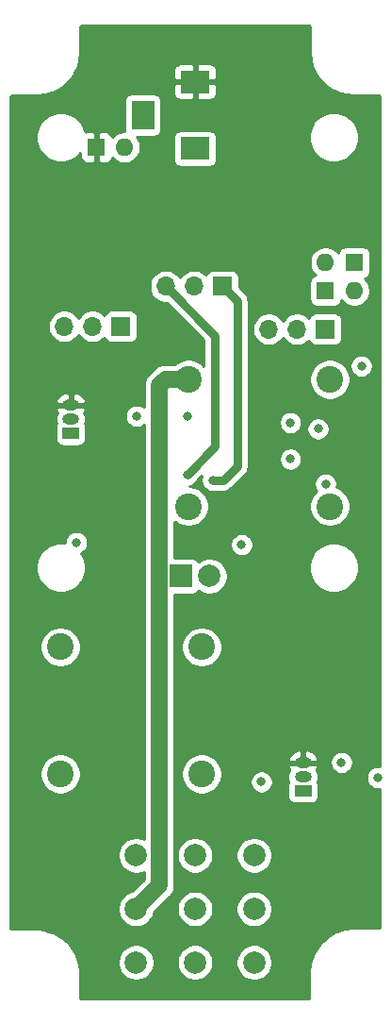
<source format=gbr>
%TF.GenerationSoftware,KiCad,Pcbnew,5.1.9*%
%TF.CreationDate,2021-02-01T12:12:55-08:00*%
%TF.ProjectId,MainBoard,4d61696e-426f-4617-9264-2e6b69636164,rev?*%
%TF.SameCoordinates,Original*%
%TF.FileFunction,Copper,L2,Inr*%
%TF.FilePolarity,Positive*%
%FSLAX46Y46*%
G04 Gerber Fmt 4.6, Leading zero omitted, Abs format (unit mm)*
G04 Created by KiCad (PCBNEW 5.1.9) date 2021-02-01 12:12:55*
%MOMM*%
%LPD*%
G01*
G04 APERTURE LIST*
%TA.AperFunction,ComponentPad*%
%ADD10C,2.000000*%
%TD*%
%TA.AperFunction,ComponentPad*%
%ADD11R,1.700000X1.700000*%
%TD*%
%TA.AperFunction,ComponentPad*%
%ADD12O,1.700000X1.700000*%
%TD*%
%TA.AperFunction,ComponentPad*%
%ADD13R,2.000000X2.000000*%
%TD*%
%TA.AperFunction,ComponentPad*%
%ADD14O,1.600000X1.600000*%
%TD*%
%TA.AperFunction,ComponentPad*%
%ADD15R,1.600000X1.600000*%
%TD*%
%TA.AperFunction,ComponentPad*%
%ADD16C,2.400000*%
%TD*%
%TA.AperFunction,ComponentPad*%
%ADD17R,1.500000X1.000000*%
%TD*%
%TA.AperFunction,ComponentPad*%
%ADD18O,1.500000X1.000000*%
%TD*%
%TA.AperFunction,ComponentPad*%
%ADD19R,2.600000X2.000000*%
%TD*%
%TA.AperFunction,ComponentPad*%
%ADD20R,2.000000X2.600000*%
%TD*%
%TA.AperFunction,ViaPad*%
%ADD21C,0.800000*%
%TD*%
%TA.AperFunction,Conductor*%
%ADD22C,1.500000*%
%TD*%
%TA.AperFunction,Conductor*%
%ADD23C,0.750000*%
%TD*%
%TA.AperFunction,Conductor*%
%ADD24C,0.254000*%
%TD*%
%TA.AperFunction,Conductor*%
%ADD25C,0.100000*%
%TD*%
G04 APERTURE END LIST*
D10*
%TO.N,/EFFECT_OUT*%
%TO.C,U1*%
X94700000Y-130800000D03*
%TO.N,/PassThru*%
X94700000Y-140400000D03*
%TO.N,/SIG_OUT*%
X94700000Y-135600000D03*
%TO.N,Net-(D2-Pad1)*%
X105300000Y-130800000D03*
%TO.N,Net-(U1-Pad3)*%
X105300000Y-140400000D03*
%TO.N,GND*%
X105300000Y-135600000D03*
%TO.N,/PassThru*%
X100000000Y-130799400D03*
%TO.N,/SIG_IN*%
X100000000Y-135600000D03*
%TO.N,Net-(U1-Pad3)*%
X100000000Y-140400600D03*
%TD*%
D11*
%TO.N,Net-(J6-Pad1)*%
%TO.C,J6*%
X93325000Y-83350000D03*
D12*
%TO.N,VCC*%
X90785000Y-83350000D03*
%TO.N,Net-(C9-Pad2)*%
X88245000Y-83350000D03*
%TD*%
D13*
%TO.N,Net-(D2-Pad1)*%
%TO.C,D2*%
X98750000Y-105750000D03*
D10*
%TO.N,Net-(D2-Pad2)*%
X101290000Y-105750000D03*
%TD*%
D14*
%TO.N,Net-(C5-Pad1)*%
%TO.C,D4*%
X114310000Y-80160000D03*
D15*
%TO.N,Net-(C5-Pad2)*%
X114310000Y-77620000D03*
%TD*%
D14*
%TO.N,Net-(C5-Pad2)*%
%TO.C,D3*%
X111720000Y-77600000D03*
D15*
%TO.N,Net-(C5-Pad1)*%
X111720000Y-80140000D03*
%TD*%
D14*
%TO.N,GND*%
%TO.C,D1*%
X93670000Y-67300000D03*
D15*
%TO.N,+9V*%
X91130000Y-67300000D03*
%TD*%
D16*
%TO.N,/PassThru*%
%TO.C,J1*%
X100600000Y-123500000D03*
%TO.N,GND*%
X87900000Y-123500000D03*
X100600000Y-112100000D03*
X87900000Y-112100000D03*
%TD*%
D17*
%TO.N,/drive/IN*%
%TO.C,Q2*%
X109700000Y-125020000D03*
D18*
%TO.N,+9V*%
X109700000Y-122480000D03*
%TO.N,Net-(Q2-Pad2)*%
X109700000Y-123750000D03*
%TD*%
D17*
%TO.N,Net-(Q1-Pad1)*%
%TO.C,Q1*%
X88825000Y-92940000D03*
D18*
%TO.N,+9V*%
X88825000Y-90400000D03*
%TO.N,Net-(C9-Pad1)*%
X88825000Y-91670000D03*
%TD*%
D12*
%TO.N,Net-(J5-Pad3)*%
%TO.C,J5*%
X97375000Y-79750000D03*
%TO.N,Net-(C7-Pad1)*%
X99915000Y-79750000D03*
D11*
%TO.N,/tone/IN*%
X102455000Y-79750000D03*
%TD*%
D12*
%TO.N,Net-(C5-Pad1)*%
%TO.C,J4*%
X106620000Y-83600000D03*
%TO.N,N/C*%
X109160000Y-83600000D03*
D11*
%TO.N,Net-(J4-Pad1)*%
X111700000Y-83600000D03*
%TD*%
D16*
%TO.N,/SIG_OUT*%
%TO.C,J3*%
X99400000Y-88100000D03*
%TO.N,GND*%
X112100000Y-88100000D03*
%TO.N,N/C*%
X99400000Y-99500000D03*
X112100000Y-99500000D03*
%TD*%
D19*
%TO.N,+9V*%
%TO.C,J2*%
X100000000Y-61400000D03*
%TO.N,GND*%
X100000000Y-67400000D03*
D20*
X95300000Y-64400000D03*
%TD*%
D21*
%TO.N,+9V*%
X104450000Y-109050000D03*
%TO.N,/EFFECT_OUT*%
X89330000Y-102740000D03*
%TO.N,VCC*%
X104170000Y-102920000D03*
X116400000Y-123830000D03*
X105960000Y-124210000D03*
%TO.N,Net-(C4-Pad2)*%
X108570000Y-95240000D03*
X113150000Y-122460000D03*
%TO.N,Net-(C5-Pad2)*%
X114950000Y-86910000D03*
X111060000Y-92530000D03*
%TO.N,Net-(C5-Pad1)*%
X111730000Y-97490000D03*
X108570000Y-91980000D03*
%TO.N,/tone/IN*%
X101570000Y-97150000D03*
%TO.N,/volume/IN*%
X94740000Y-91385000D03*
X99360000Y-91385000D03*
%TO.N,Net-(J5-Pad3)*%
X99300000Y-96640000D03*
%TD*%
D22*
%TO.N,/SIG_OUT*%
X96790000Y-88650000D02*
X97340000Y-88100000D01*
X96790000Y-133510000D02*
X96790000Y-88650000D01*
X97340000Y-88100000D02*
X99400000Y-88100000D01*
X94700000Y-135600000D02*
X96790000Y-133510000D01*
D23*
%TO.N,/tone/IN*%
X101570000Y-97150000D02*
X102520000Y-97150000D01*
X102520000Y-97150000D02*
X103780000Y-95890000D01*
X103780000Y-81075000D02*
X102455000Y-79750000D01*
X103780000Y-95890000D02*
X103780000Y-81075000D01*
%TO.N,Net-(J5-Pad3)*%
X97375000Y-79750000D02*
X101795000Y-84170000D01*
X101795000Y-94145000D02*
X99300000Y-96640000D01*
X101795000Y-84170000D02*
X101795000Y-94145000D01*
%TD*%
D24*
%TO.N,+9V*%
X110262308Y-56389723D02*
X110273787Y-56393201D01*
X110284389Y-56398866D01*
X110293585Y-56406412D01*
X110301133Y-56415611D01*
X110306798Y-56426214D01*
X110310276Y-56437690D01*
X110315001Y-56485735D01*
X110315000Y-58736104D01*
X110318242Y-58769023D01*
X110318103Y-58788955D01*
X110319104Y-58799168D01*
X110384385Y-59420277D01*
X110397791Y-59485584D01*
X110410264Y-59550970D01*
X110413229Y-59560795D01*
X110597908Y-60157395D01*
X110623746Y-60218862D01*
X110648679Y-60280573D01*
X110653496Y-60289634D01*
X110950538Y-60839001D01*
X110987798Y-60894240D01*
X111024267Y-60949971D01*
X111030753Y-60957924D01*
X111428844Y-61439133D01*
X111476134Y-61486094D01*
X111522722Y-61533668D01*
X111530629Y-61540210D01*
X112014605Y-61934931D01*
X112070113Y-61971811D01*
X112125059Y-62009433D01*
X112134086Y-62014315D01*
X112685514Y-62307514D01*
X112747141Y-62332915D01*
X112808334Y-62359142D01*
X112818137Y-62362177D01*
X113416012Y-62542686D01*
X113481411Y-62555635D01*
X113546520Y-62569475D01*
X113556726Y-62570548D01*
X114178276Y-62631492D01*
X114213894Y-62635000D01*
X116464284Y-62635000D01*
X116512308Y-62639723D01*
X116523787Y-62643201D01*
X116534389Y-62648866D01*
X116543585Y-62656412D01*
X116551133Y-62665611D01*
X116556798Y-62676214D01*
X116560276Y-62687690D01*
X116565001Y-62735735D01*
X116564999Y-122807543D01*
X116501939Y-122795000D01*
X116298061Y-122795000D01*
X116098102Y-122834774D01*
X115909744Y-122912795D01*
X115740226Y-123026063D01*
X115596063Y-123170226D01*
X115482795Y-123339744D01*
X115404774Y-123528102D01*
X115365000Y-123728061D01*
X115365000Y-123931939D01*
X115404774Y-124131898D01*
X115482795Y-124320256D01*
X115596063Y-124489774D01*
X115740226Y-124633937D01*
X115909744Y-124747205D01*
X116098102Y-124825226D01*
X116298061Y-124865000D01*
X116501939Y-124865000D01*
X116564999Y-124852457D01*
X116564999Y-137214284D01*
X116560276Y-137262309D01*
X116556798Y-137273785D01*
X116551133Y-137284388D01*
X116543585Y-137293587D01*
X116534389Y-137301133D01*
X116523787Y-137306798D01*
X116512308Y-137310276D01*
X116464274Y-137315000D01*
X114213895Y-137315000D01*
X114180943Y-137318245D01*
X114160696Y-137318104D01*
X114150483Y-137319105D01*
X113519669Y-137385406D01*
X113454362Y-137398812D01*
X113388976Y-137411285D01*
X113379151Y-137414250D01*
X112773228Y-137601816D01*
X112711813Y-137627633D01*
X112650052Y-137652586D01*
X112640991Y-137657403D01*
X112083039Y-137959086D01*
X112027784Y-137996356D01*
X111972069Y-138032815D01*
X111964116Y-138039301D01*
X111475388Y-138443612D01*
X111428411Y-138490918D01*
X111380853Y-138537490D01*
X111374311Y-138545397D01*
X110973422Y-139036935D01*
X110936543Y-139092443D01*
X110898921Y-139147388D01*
X110894040Y-139156415D01*
X110596259Y-139716459D01*
X110570861Y-139778079D01*
X110544630Y-139839280D01*
X110541596Y-139849079D01*
X110541596Y-139849081D01*
X110541595Y-139849083D01*
X110358266Y-140456300D01*
X110345323Y-140521668D01*
X110331477Y-140586809D01*
X110330404Y-140597015D01*
X110268508Y-141228276D01*
X110268508Y-141228287D01*
X110265001Y-141263895D01*
X110265000Y-143514274D01*
X110260276Y-143562309D01*
X110256798Y-143573785D01*
X110251133Y-143584388D01*
X110243585Y-143593587D01*
X110234389Y-143601133D01*
X110223787Y-143606798D01*
X110212308Y-143610276D01*
X110164274Y-143615000D01*
X89735725Y-143615000D01*
X89687690Y-143610276D01*
X89676214Y-143606798D01*
X89665611Y-143601133D01*
X89656412Y-143593585D01*
X89648866Y-143584389D01*
X89643201Y-143573787D01*
X89639723Y-143562308D01*
X89634999Y-143514274D01*
X89634999Y-141263895D01*
X89631761Y-141231018D01*
X89631898Y-141211394D01*
X89630897Y-141201181D01*
X89566636Y-140589777D01*
X89553235Y-140524493D01*
X89540758Y-140459085D01*
X89537792Y-140449260D01*
X89472696Y-140238967D01*
X93065000Y-140238967D01*
X93065000Y-140561033D01*
X93127832Y-140876912D01*
X93251082Y-141174463D01*
X93430013Y-141442252D01*
X93657748Y-141669987D01*
X93925537Y-141848918D01*
X94223088Y-141972168D01*
X94538967Y-142035000D01*
X94861033Y-142035000D01*
X95176912Y-141972168D01*
X95474463Y-141848918D01*
X95742252Y-141669987D01*
X95969987Y-141442252D01*
X96148918Y-141174463D01*
X96272168Y-140876912D01*
X96335000Y-140561033D01*
X96335000Y-140239567D01*
X98365000Y-140239567D01*
X98365000Y-140561633D01*
X98427832Y-140877512D01*
X98551082Y-141175063D01*
X98730013Y-141442852D01*
X98957748Y-141670587D01*
X99225537Y-141849518D01*
X99523088Y-141972768D01*
X99838967Y-142035600D01*
X100161033Y-142035600D01*
X100476912Y-141972768D01*
X100774463Y-141849518D01*
X101042252Y-141670587D01*
X101269987Y-141442852D01*
X101448918Y-141175063D01*
X101572168Y-140877512D01*
X101635000Y-140561633D01*
X101635000Y-140239567D01*
X101634881Y-140238967D01*
X103665000Y-140238967D01*
X103665000Y-140561033D01*
X103727832Y-140876912D01*
X103851082Y-141174463D01*
X104030013Y-141442252D01*
X104257748Y-141669987D01*
X104525537Y-141848918D01*
X104823088Y-141972168D01*
X105138967Y-142035000D01*
X105461033Y-142035000D01*
X105776912Y-141972168D01*
X106074463Y-141848918D01*
X106342252Y-141669987D01*
X106569987Y-141442252D01*
X106748918Y-141174463D01*
X106872168Y-140876912D01*
X106935000Y-140561033D01*
X106935000Y-140238967D01*
X106872168Y-139923088D01*
X106748918Y-139625537D01*
X106569987Y-139357748D01*
X106342252Y-139130013D01*
X106074463Y-138951082D01*
X105776912Y-138827832D01*
X105461033Y-138765000D01*
X105138967Y-138765000D01*
X104823088Y-138827832D01*
X104525537Y-138951082D01*
X104257748Y-139130013D01*
X104030013Y-139357748D01*
X103851082Y-139625537D01*
X103727832Y-139923088D01*
X103665000Y-140238967D01*
X101634881Y-140238967D01*
X101572168Y-139923688D01*
X101448918Y-139626137D01*
X101269987Y-139358348D01*
X101042252Y-139130613D01*
X100774463Y-138951682D01*
X100476912Y-138828432D01*
X100161033Y-138765600D01*
X99838967Y-138765600D01*
X99523088Y-138828432D01*
X99225537Y-138951682D01*
X98957748Y-139130613D01*
X98730013Y-139358348D01*
X98551082Y-139626137D01*
X98427832Y-139923688D01*
X98365000Y-140239567D01*
X96335000Y-140239567D01*
X96335000Y-140238967D01*
X96272168Y-139923088D01*
X96148918Y-139625537D01*
X95969987Y-139357748D01*
X95742252Y-139130013D01*
X95474463Y-138951082D01*
X95176912Y-138827832D01*
X94861033Y-138765000D01*
X94538967Y-138765000D01*
X94223088Y-138827832D01*
X93925537Y-138951082D01*
X93657748Y-139130013D01*
X93430013Y-139357748D01*
X93251082Y-139625537D01*
X93127832Y-139923088D01*
X93065000Y-140238967D01*
X89472696Y-140238967D01*
X89355999Y-139861981D01*
X89330166Y-139800526D01*
X89305228Y-139738803D01*
X89300411Y-139729742D01*
X89008010Y-139188958D01*
X88970733Y-139133694D01*
X88934281Y-139077989D01*
X88927796Y-139070036D01*
X88535925Y-138596346D01*
X88488654Y-138549403D01*
X88442046Y-138501809D01*
X88434145Y-138495273D01*
X88434140Y-138495268D01*
X88434135Y-138495264D01*
X87957724Y-138106713D01*
X87902200Y-138069823D01*
X87847272Y-138032213D01*
X87838248Y-138027333D01*
X87838240Y-138027329D01*
X87295434Y-137738714D01*
X87233828Y-137713321D01*
X87172614Y-137687085D01*
X87162811Y-137684050D01*
X86574276Y-137506361D01*
X86508895Y-137493415D01*
X86443767Y-137479572D01*
X86433563Y-137478499D01*
X86433561Y-137478499D01*
X85821723Y-137418508D01*
X85786105Y-137415000D01*
X83535725Y-137415000D01*
X83487690Y-137410276D01*
X83476214Y-137406798D01*
X83465611Y-137401133D01*
X83456412Y-137393585D01*
X83448866Y-137384389D01*
X83443201Y-137373787D01*
X83439723Y-137362308D01*
X83435000Y-137314284D01*
X83435000Y-130638967D01*
X93065000Y-130638967D01*
X93065000Y-130961033D01*
X93127832Y-131276912D01*
X93251082Y-131574463D01*
X93430013Y-131842252D01*
X93657748Y-132069987D01*
X93925537Y-132248918D01*
X94223088Y-132372168D01*
X94538967Y-132435000D01*
X94861033Y-132435000D01*
X95176912Y-132372168D01*
X95405000Y-132277691D01*
X95405000Y-132936314D01*
X94335928Y-134005387D01*
X94223088Y-134027832D01*
X93925537Y-134151082D01*
X93657748Y-134330013D01*
X93430013Y-134557748D01*
X93251082Y-134825537D01*
X93127832Y-135123088D01*
X93065000Y-135438967D01*
X93065000Y-135761033D01*
X93127832Y-136076912D01*
X93251082Y-136374463D01*
X93430013Y-136642252D01*
X93657748Y-136869987D01*
X93925537Y-137048918D01*
X94223088Y-137172168D01*
X94538967Y-137235000D01*
X94861033Y-137235000D01*
X95176912Y-137172168D01*
X95474463Y-137048918D01*
X95742252Y-136869987D01*
X95969987Y-136642252D01*
X96148918Y-136374463D01*
X96272168Y-136076912D01*
X96294613Y-135964072D01*
X96819718Y-135438967D01*
X98365000Y-135438967D01*
X98365000Y-135761033D01*
X98427832Y-136076912D01*
X98551082Y-136374463D01*
X98730013Y-136642252D01*
X98957748Y-136869987D01*
X99225537Y-137048918D01*
X99523088Y-137172168D01*
X99838967Y-137235000D01*
X100161033Y-137235000D01*
X100476912Y-137172168D01*
X100774463Y-137048918D01*
X101042252Y-136869987D01*
X101269987Y-136642252D01*
X101448918Y-136374463D01*
X101572168Y-136076912D01*
X101635000Y-135761033D01*
X101635000Y-135438967D01*
X103665000Y-135438967D01*
X103665000Y-135761033D01*
X103727832Y-136076912D01*
X103851082Y-136374463D01*
X104030013Y-136642252D01*
X104257748Y-136869987D01*
X104525537Y-137048918D01*
X104823088Y-137172168D01*
X105138967Y-137235000D01*
X105461033Y-137235000D01*
X105776912Y-137172168D01*
X106074463Y-137048918D01*
X106342252Y-136869987D01*
X106569987Y-136642252D01*
X106748918Y-136374463D01*
X106872168Y-136076912D01*
X106935000Y-135761033D01*
X106935000Y-135438967D01*
X106872168Y-135123088D01*
X106748918Y-134825537D01*
X106569987Y-134557748D01*
X106342252Y-134330013D01*
X106074463Y-134151082D01*
X105776912Y-134027832D01*
X105461033Y-133965000D01*
X105138967Y-133965000D01*
X104823088Y-134027832D01*
X104525537Y-134151082D01*
X104257748Y-134330013D01*
X104030013Y-134557748D01*
X103851082Y-134825537D01*
X103727832Y-135123088D01*
X103665000Y-135438967D01*
X101635000Y-135438967D01*
X101572168Y-135123088D01*
X101448918Y-134825537D01*
X101269987Y-134557748D01*
X101042252Y-134330013D01*
X100774463Y-134151082D01*
X100476912Y-134027832D01*
X100161033Y-133965000D01*
X99838967Y-133965000D01*
X99523088Y-134027832D01*
X99225537Y-134151082D01*
X98957748Y-134330013D01*
X98730013Y-134557748D01*
X98551082Y-134825537D01*
X98427832Y-135123088D01*
X98365000Y-135438967D01*
X96819718Y-135438967D01*
X97721241Y-134537445D01*
X97774080Y-134494081D01*
X97817445Y-134441241D01*
X97817452Y-134441234D01*
X97947156Y-134283189D01*
X97947157Y-134283188D01*
X98075764Y-134042581D01*
X98154960Y-133781507D01*
X98175000Y-133578037D01*
X98175000Y-133578028D01*
X98181700Y-133510001D01*
X98175000Y-133441974D01*
X98175000Y-130638367D01*
X98365000Y-130638367D01*
X98365000Y-130960433D01*
X98427832Y-131276312D01*
X98551082Y-131573863D01*
X98730013Y-131841652D01*
X98957748Y-132069387D01*
X99225537Y-132248318D01*
X99523088Y-132371568D01*
X99838967Y-132434400D01*
X100161033Y-132434400D01*
X100476912Y-132371568D01*
X100774463Y-132248318D01*
X101042252Y-132069387D01*
X101269987Y-131841652D01*
X101448918Y-131573863D01*
X101572168Y-131276312D01*
X101635000Y-130960433D01*
X101635000Y-130638967D01*
X103665000Y-130638967D01*
X103665000Y-130961033D01*
X103727832Y-131276912D01*
X103851082Y-131574463D01*
X104030013Y-131842252D01*
X104257748Y-132069987D01*
X104525537Y-132248918D01*
X104823088Y-132372168D01*
X105138967Y-132435000D01*
X105461033Y-132435000D01*
X105776912Y-132372168D01*
X106074463Y-132248918D01*
X106342252Y-132069987D01*
X106569987Y-131842252D01*
X106748918Y-131574463D01*
X106872168Y-131276912D01*
X106935000Y-130961033D01*
X106935000Y-130638967D01*
X106872168Y-130323088D01*
X106748918Y-130025537D01*
X106569987Y-129757748D01*
X106342252Y-129530013D01*
X106074463Y-129351082D01*
X105776912Y-129227832D01*
X105461033Y-129165000D01*
X105138967Y-129165000D01*
X104823088Y-129227832D01*
X104525537Y-129351082D01*
X104257748Y-129530013D01*
X104030013Y-129757748D01*
X103851082Y-130025537D01*
X103727832Y-130323088D01*
X103665000Y-130638967D01*
X101635000Y-130638967D01*
X101635000Y-130638367D01*
X101572168Y-130322488D01*
X101448918Y-130024937D01*
X101269987Y-129757148D01*
X101042252Y-129529413D01*
X100774463Y-129350482D01*
X100476912Y-129227232D01*
X100161033Y-129164400D01*
X99838967Y-129164400D01*
X99523088Y-129227232D01*
X99225537Y-129350482D01*
X98957748Y-129529413D01*
X98730013Y-129757148D01*
X98551082Y-130024937D01*
X98427832Y-130322488D01*
X98365000Y-130638367D01*
X98175000Y-130638367D01*
X98175000Y-123319268D01*
X98765000Y-123319268D01*
X98765000Y-123680732D01*
X98835518Y-124035250D01*
X98973844Y-124369199D01*
X99174662Y-124669744D01*
X99430256Y-124925338D01*
X99730801Y-125126156D01*
X100064750Y-125264482D01*
X100419268Y-125335000D01*
X100780732Y-125335000D01*
X101135250Y-125264482D01*
X101469199Y-125126156D01*
X101769744Y-124925338D01*
X102025338Y-124669744D01*
X102226156Y-124369199D01*
X102334322Y-124108061D01*
X104925000Y-124108061D01*
X104925000Y-124311939D01*
X104964774Y-124511898D01*
X105042795Y-124700256D01*
X105156063Y-124869774D01*
X105300226Y-125013937D01*
X105469744Y-125127205D01*
X105658102Y-125205226D01*
X105858061Y-125245000D01*
X106061939Y-125245000D01*
X106261898Y-125205226D01*
X106450256Y-125127205D01*
X106619774Y-125013937D01*
X106763937Y-124869774D01*
X106877205Y-124700256D01*
X106955226Y-124511898D01*
X106995000Y-124311939D01*
X106995000Y-124108061D01*
X106955226Y-123908102D01*
X106889738Y-123750000D01*
X108309509Y-123750000D01*
X108331423Y-123972499D01*
X108396324Y-124186447D01*
X108402297Y-124197621D01*
X108360498Y-124275820D01*
X108324188Y-124395518D01*
X108311928Y-124520000D01*
X108311928Y-125520000D01*
X108324188Y-125644482D01*
X108360498Y-125764180D01*
X108419463Y-125874494D01*
X108498815Y-125971185D01*
X108595506Y-126050537D01*
X108705820Y-126109502D01*
X108825518Y-126145812D01*
X108950000Y-126158072D01*
X110450000Y-126158072D01*
X110574482Y-126145812D01*
X110694180Y-126109502D01*
X110804494Y-126050537D01*
X110901185Y-125971185D01*
X110980537Y-125874494D01*
X111039502Y-125764180D01*
X111075812Y-125644482D01*
X111088072Y-125520000D01*
X111088072Y-124520000D01*
X111075812Y-124395518D01*
X111039502Y-124275820D01*
X110997703Y-124197621D01*
X111003676Y-124186447D01*
X111068577Y-123972499D01*
X111090491Y-123750000D01*
X111068577Y-123527501D01*
X111003676Y-123313553D01*
X110899398Y-123118462D01*
X110935473Y-123069751D01*
X111031592Y-122866163D01*
X111044119Y-122781874D01*
X110917954Y-122607000D01*
X109827000Y-122607000D01*
X109827000Y-122615000D01*
X109573000Y-122615000D01*
X109573000Y-122607000D01*
X108482046Y-122607000D01*
X108355881Y-122781874D01*
X108368408Y-122866163D01*
X108464527Y-123069751D01*
X108500602Y-123118462D01*
X108396324Y-123313553D01*
X108331423Y-123527501D01*
X108309509Y-123750000D01*
X106889738Y-123750000D01*
X106877205Y-123719744D01*
X106763937Y-123550226D01*
X106619774Y-123406063D01*
X106450256Y-123292795D01*
X106261898Y-123214774D01*
X106061939Y-123175000D01*
X105858061Y-123175000D01*
X105658102Y-123214774D01*
X105469744Y-123292795D01*
X105300226Y-123406063D01*
X105156063Y-123550226D01*
X105042795Y-123719744D01*
X104964774Y-123908102D01*
X104925000Y-124108061D01*
X102334322Y-124108061D01*
X102364482Y-124035250D01*
X102435000Y-123680732D01*
X102435000Y-123319268D01*
X102364482Y-122964750D01*
X102226156Y-122630801D01*
X102043917Y-122358061D01*
X112115000Y-122358061D01*
X112115000Y-122561939D01*
X112154774Y-122761898D01*
X112232795Y-122950256D01*
X112346063Y-123119774D01*
X112490226Y-123263937D01*
X112659744Y-123377205D01*
X112848102Y-123455226D01*
X113048061Y-123495000D01*
X113251939Y-123495000D01*
X113451898Y-123455226D01*
X113640256Y-123377205D01*
X113809774Y-123263937D01*
X113953937Y-123119774D01*
X114067205Y-122950256D01*
X114145226Y-122761898D01*
X114185000Y-122561939D01*
X114185000Y-122358061D01*
X114145226Y-122158102D01*
X114067205Y-121969744D01*
X113953937Y-121800226D01*
X113809774Y-121656063D01*
X113640256Y-121542795D01*
X113451898Y-121464774D01*
X113251939Y-121425000D01*
X113048061Y-121425000D01*
X112848102Y-121464774D01*
X112659744Y-121542795D01*
X112490226Y-121656063D01*
X112346063Y-121800226D01*
X112232795Y-121969744D01*
X112154774Y-122158102D01*
X112115000Y-122358061D01*
X102043917Y-122358061D01*
X102025338Y-122330256D01*
X101873208Y-122178126D01*
X108355881Y-122178126D01*
X108482046Y-122353000D01*
X109573000Y-122353000D01*
X109573000Y-121496895D01*
X109827000Y-121496895D01*
X109827000Y-122353000D01*
X110917954Y-122353000D01*
X111044119Y-122178126D01*
X111031592Y-122093837D01*
X110935473Y-121890249D01*
X110801483Y-121709325D01*
X110634771Y-121558017D01*
X110441743Y-121442141D01*
X110229818Y-121366149D01*
X110007140Y-121332962D01*
X109827000Y-121496895D01*
X109573000Y-121496895D01*
X109392860Y-121332962D01*
X109170182Y-121366149D01*
X108958257Y-121442141D01*
X108765229Y-121558017D01*
X108598517Y-121709325D01*
X108464527Y-121890249D01*
X108368408Y-122093837D01*
X108355881Y-122178126D01*
X101873208Y-122178126D01*
X101769744Y-122074662D01*
X101469199Y-121873844D01*
X101135250Y-121735518D01*
X100780732Y-121665000D01*
X100419268Y-121665000D01*
X100064750Y-121735518D01*
X99730801Y-121873844D01*
X99430256Y-122074662D01*
X99174662Y-122330256D01*
X98973844Y-122630801D01*
X98835518Y-122964750D01*
X98765000Y-123319268D01*
X98175000Y-123319268D01*
X98175000Y-111919268D01*
X98765000Y-111919268D01*
X98765000Y-112280732D01*
X98835518Y-112635250D01*
X98973844Y-112969199D01*
X99174662Y-113269744D01*
X99430256Y-113525338D01*
X99730801Y-113726156D01*
X100064750Y-113864482D01*
X100419268Y-113935000D01*
X100780732Y-113935000D01*
X101135250Y-113864482D01*
X101469199Y-113726156D01*
X101769744Y-113525338D01*
X102025338Y-113269744D01*
X102226156Y-112969199D01*
X102364482Y-112635250D01*
X102435000Y-112280732D01*
X102435000Y-111919268D01*
X102364482Y-111564750D01*
X102226156Y-111230801D01*
X102025338Y-110930256D01*
X101769744Y-110674662D01*
X101469199Y-110473844D01*
X101135250Y-110335518D01*
X100780732Y-110265000D01*
X100419268Y-110265000D01*
X100064750Y-110335518D01*
X99730801Y-110473844D01*
X99430256Y-110674662D01*
X99174662Y-110930256D01*
X98973844Y-111230801D01*
X98835518Y-111564750D01*
X98765000Y-111919268D01*
X98175000Y-111919268D01*
X98175000Y-107388072D01*
X99750000Y-107388072D01*
X99874482Y-107375812D01*
X99994180Y-107339502D01*
X100104494Y-107280537D01*
X100201185Y-107201185D01*
X100280537Y-107104494D01*
X100305191Y-107058370D01*
X100515537Y-107198918D01*
X100813088Y-107322168D01*
X101128967Y-107385000D01*
X101451033Y-107385000D01*
X101766912Y-107322168D01*
X102064463Y-107198918D01*
X102332252Y-107019987D01*
X102559987Y-106792252D01*
X102738918Y-106524463D01*
X102862168Y-106226912D01*
X102925000Y-105911033D01*
X102925000Y-105588967D01*
X102862168Y-105273088D01*
X102738918Y-104975537D01*
X102584360Y-104744224D01*
X110203485Y-104744224D01*
X110203485Y-105186282D01*
X110289727Y-105619845D01*
X110458895Y-106028253D01*
X110704488Y-106395810D01*
X111017070Y-106708392D01*
X111384627Y-106953985D01*
X111793035Y-107123153D01*
X112226598Y-107209395D01*
X112668656Y-107209395D01*
X113102219Y-107123153D01*
X113510627Y-106953985D01*
X113878184Y-106708392D01*
X114190766Y-106395810D01*
X114436359Y-106028253D01*
X114605527Y-105619845D01*
X114691769Y-105186282D01*
X114691769Y-104744224D01*
X114605527Y-104310661D01*
X114436359Y-103902253D01*
X114190766Y-103534696D01*
X113878184Y-103222114D01*
X113510627Y-102976521D01*
X113102219Y-102807353D01*
X112668656Y-102721111D01*
X112226598Y-102721111D01*
X111793035Y-102807353D01*
X111384627Y-102976521D01*
X111017070Y-103222114D01*
X110704488Y-103534696D01*
X110458895Y-103902253D01*
X110289727Y-104310661D01*
X110203485Y-104744224D01*
X102584360Y-104744224D01*
X102559987Y-104707748D01*
X102332252Y-104480013D01*
X102064463Y-104301082D01*
X101766912Y-104177832D01*
X101451033Y-104115000D01*
X101128967Y-104115000D01*
X100813088Y-104177832D01*
X100515537Y-104301082D01*
X100305191Y-104441630D01*
X100280537Y-104395506D01*
X100201185Y-104298815D01*
X100104494Y-104219463D01*
X99994180Y-104160498D01*
X99874482Y-104124188D01*
X99750000Y-104111928D01*
X98175000Y-104111928D01*
X98175000Y-102818061D01*
X103135000Y-102818061D01*
X103135000Y-103021939D01*
X103174774Y-103221898D01*
X103252795Y-103410256D01*
X103366063Y-103579774D01*
X103510226Y-103723937D01*
X103679744Y-103837205D01*
X103868102Y-103915226D01*
X104068061Y-103955000D01*
X104271939Y-103955000D01*
X104471898Y-103915226D01*
X104660256Y-103837205D01*
X104829774Y-103723937D01*
X104973937Y-103579774D01*
X105087205Y-103410256D01*
X105165226Y-103221898D01*
X105205000Y-103021939D01*
X105205000Y-102818061D01*
X105165226Y-102618102D01*
X105087205Y-102429744D01*
X104973937Y-102260226D01*
X104829774Y-102116063D01*
X104660256Y-102002795D01*
X104471898Y-101924774D01*
X104271939Y-101885000D01*
X104068061Y-101885000D01*
X103868102Y-101924774D01*
X103679744Y-102002795D01*
X103510226Y-102116063D01*
X103366063Y-102260226D01*
X103252795Y-102429744D01*
X103174774Y-102618102D01*
X103135000Y-102818061D01*
X98175000Y-102818061D01*
X98175000Y-100870082D01*
X98230256Y-100925338D01*
X98530801Y-101126156D01*
X98864750Y-101264482D01*
X99219268Y-101335000D01*
X99580732Y-101335000D01*
X99935250Y-101264482D01*
X100269199Y-101126156D01*
X100569744Y-100925338D01*
X100825338Y-100669744D01*
X101026156Y-100369199D01*
X101164482Y-100035250D01*
X101235000Y-99680732D01*
X101235000Y-99319268D01*
X110265000Y-99319268D01*
X110265000Y-99680732D01*
X110335518Y-100035250D01*
X110473844Y-100369199D01*
X110674662Y-100669744D01*
X110930256Y-100925338D01*
X111230801Y-101126156D01*
X111564750Y-101264482D01*
X111919268Y-101335000D01*
X112280732Y-101335000D01*
X112635250Y-101264482D01*
X112969199Y-101126156D01*
X113269744Y-100925338D01*
X113525338Y-100669744D01*
X113726156Y-100369199D01*
X113864482Y-100035250D01*
X113935000Y-99680732D01*
X113935000Y-99319268D01*
X113864482Y-98964750D01*
X113726156Y-98630801D01*
X113525338Y-98330256D01*
X113269744Y-98074662D01*
X112969199Y-97873844D01*
X112728738Y-97774242D01*
X112765000Y-97591939D01*
X112765000Y-97388061D01*
X112725226Y-97188102D01*
X112647205Y-96999744D01*
X112533937Y-96830226D01*
X112389774Y-96686063D01*
X112220256Y-96572795D01*
X112031898Y-96494774D01*
X111831939Y-96455000D01*
X111628061Y-96455000D01*
X111428102Y-96494774D01*
X111239744Y-96572795D01*
X111070226Y-96686063D01*
X110926063Y-96830226D01*
X110812795Y-96999744D01*
X110734774Y-97188102D01*
X110695000Y-97388061D01*
X110695000Y-97591939D01*
X110734774Y-97791898D01*
X110812795Y-97980256D01*
X110897657Y-98107261D01*
X110674662Y-98330256D01*
X110473844Y-98630801D01*
X110335518Y-98964750D01*
X110265000Y-99319268D01*
X101235000Y-99319268D01*
X101164482Y-98964750D01*
X101026156Y-98630801D01*
X100825338Y-98330256D01*
X100569744Y-98074662D01*
X100269199Y-97873844D01*
X99935250Y-97735518D01*
X99580732Y-97665000D01*
X99452213Y-97665000D01*
X99601898Y-97635226D01*
X99790256Y-97557205D01*
X99959774Y-97443937D01*
X100103937Y-97299774D01*
X100175132Y-97193224D01*
X100613326Y-96755029D01*
X100574774Y-96848102D01*
X100535000Y-97048061D01*
X100535000Y-97251939D01*
X100574774Y-97451898D01*
X100652795Y-97640256D01*
X100766063Y-97809774D01*
X100910226Y-97953937D01*
X101079744Y-98067205D01*
X101268102Y-98145226D01*
X101468061Y-98185000D01*
X101671939Y-98185000D01*
X101797623Y-98160000D01*
X102470392Y-98160000D01*
X102520000Y-98164886D01*
X102673433Y-98149774D01*
X102717994Y-98145385D01*
X102908380Y-98087632D01*
X103083840Y-97993847D01*
X103237633Y-97867633D01*
X103269261Y-97829094D01*
X104459094Y-96639261D01*
X104497633Y-96607633D01*
X104623847Y-96453840D01*
X104717632Y-96278380D01*
X104775385Y-96087994D01*
X104790000Y-95939608D01*
X104790000Y-95939606D01*
X104794886Y-95890001D01*
X104790000Y-95840396D01*
X104790000Y-95138061D01*
X107535000Y-95138061D01*
X107535000Y-95341939D01*
X107574774Y-95541898D01*
X107652795Y-95730256D01*
X107766063Y-95899774D01*
X107910226Y-96043937D01*
X108079744Y-96157205D01*
X108268102Y-96235226D01*
X108468061Y-96275000D01*
X108671939Y-96275000D01*
X108871898Y-96235226D01*
X109060256Y-96157205D01*
X109229774Y-96043937D01*
X109373937Y-95899774D01*
X109487205Y-95730256D01*
X109565226Y-95541898D01*
X109605000Y-95341939D01*
X109605000Y-95138061D01*
X109565226Y-94938102D01*
X109487205Y-94749744D01*
X109373937Y-94580226D01*
X109229774Y-94436063D01*
X109060256Y-94322795D01*
X108871898Y-94244774D01*
X108671939Y-94205000D01*
X108468061Y-94205000D01*
X108268102Y-94244774D01*
X108079744Y-94322795D01*
X107910226Y-94436063D01*
X107766063Y-94580226D01*
X107652795Y-94749744D01*
X107574774Y-94938102D01*
X107535000Y-95138061D01*
X104790000Y-95138061D01*
X104790000Y-91878061D01*
X107535000Y-91878061D01*
X107535000Y-92081939D01*
X107574774Y-92281898D01*
X107652795Y-92470256D01*
X107766063Y-92639774D01*
X107910226Y-92783937D01*
X108079744Y-92897205D01*
X108268102Y-92975226D01*
X108468061Y-93015000D01*
X108671939Y-93015000D01*
X108871898Y-92975226D01*
X109060256Y-92897205D01*
X109229774Y-92783937D01*
X109373937Y-92639774D01*
X109487205Y-92470256D01*
X109504682Y-92428061D01*
X110025000Y-92428061D01*
X110025000Y-92631939D01*
X110064774Y-92831898D01*
X110142795Y-93020256D01*
X110256063Y-93189774D01*
X110400226Y-93333937D01*
X110569744Y-93447205D01*
X110758102Y-93525226D01*
X110958061Y-93565000D01*
X111161939Y-93565000D01*
X111361898Y-93525226D01*
X111550256Y-93447205D01*
X111719774Y-93333937D01*
X111863937Y-93189774D01*
X111977205Y-93020256D01*
X112055226Y-92831898D01*
X112095000Y-92631939D01*
X112095000Y-92428061D01*
X112055226Y-92228102D01*
X111977205Y-92039744D01*
X111863937Y-91870226D01*
X111719774Y-91726063D01*
X111550256Y-91612795D01*
X111361898Y-91534774D01*
X111161939Y-91495000D01*
X110958061Y-91495000D01*
X110758102Y-91534774D01*
X110569744Y-91612795D01*
X110400226Y-91726063D01*
X110256063Y-91870226D01*
X110142795Y-92039744D01*
X110064774Y-92228102D01*
X110025000Y-92428061D01*
X109504682Y-92428061D01*
X109565226Y-92281898D01*
X109605000Y-92081939D01*
X109605000Y-91878061D01*
X109565226Y-91678102D01*
X109487205Y-91489744D01*
X109373937Y-91320226D01*
X109229774Y-91176063D01*
X109060256Y-91062795D01*
X108871898Y-90984774D01*
X108671939Y-90945000D01*
X108468061Y-90945000D01*
X108268102Y-90984774D01*
X108079744Y-91062795D01*
X107910226Y-91176063D01*
X107766063Y-91320226D01*
X107652795Y-91489744D01*
X107574774Y-91678102D01*
X107535000Y-91878061D01*
X104790000Y-91878061D01*
X104790000Y-87919268D01*
X110265000Y-87919268D01*
X110265000Y-88280732D01*
X110335518Y-88635250D01*
X110473844Y-88969199D01*
X110674662Y-89269744D01*
X110930256Y-89525338D01*
X111230801Y-89726156D01*
X111564750Y-89864482D01*
X111919268Y-89935000D01*
X112280732Y-89935000D01*
X112635250Y-89864482D01*
X112969199Y-89726156D01*
X113269744Y-89525338D01*
X113525338Y-89269744D01*
X113726156Y-88969199D01*
X113864482Y-88635250D01*
X113935000Y-88280732D01*
X113935000Y-87919268D01*
X113864482Y-87564750D01*
X113726156Y-87230801D01*
X113525338Y-86930256D01*
X113403143Y-86808061D01*
X113915000Y-86808061D01*
X113915000Y-87011939D01*
X113954774Y-87211898D01*
X114032795Y-87400256D01*
X114146063Y-87569774D01*
X114290226Y-87713937D01*
X114459744Y-87827205D01*
X114648102Y-87905226D01*
X114848061Y-87945000D01*
X115051939Y-87945000D01*
X115251898Y-87905226D01*
X115440256Y-87827205D01*
X115609774Y-87713937D01*
X115753937Y-87569774D01*
X115867205Y-87400256D01*
X115945226Y-87211898D01*
X115985000Y-87011939D01*
X115985000Y-86808061D01*
X115945226Y-86608102D01*
X115867205Y-86419744D01*
X115753937Y-86250226D01*
X115609774Y-86106063D01*
X115440256Y-85992795D01*
X115251898Y-85914774D01*
X115051939Y-85875000D01*
X114848061Y-85875000D01*
X114648102Y-85914774D01*
X114459744Y-85992795D01*
X114290226Y-86106063D01*
X114146063Y-86250226D01*
X114032795Y-86419744D01*
X113954774Y-86608102D01*
X113915000Y-86808061D01*
X113403143Y-86808061D01*
X113269744Y-86674662D01*
X112969199Y-86473844D01*
X112635250Y-86335518D01*
X112280732Y-86265000D01*
X111919268Y-86265000D01*
X111564750Y-86335518D01*
X111230801Y-86473844D01*
X110930256Y-86674662D01*
X110674662Y-86930256D01*
X110473844Y-87230801D01*
X110335518Y-87564750D01*
X110265000Y-87919268D01*
X104790000Y-87919268D01*
X104790000Y-83453740D01*
X105135000Y-83453740D01*
X105135000Y-83746260D01*
X105192068Y-84033158D01*
X105304010Y-84303411D01*
X105466525Y-84546632D01*
X105673368Y-84753475D01*
X105916589Y-84915990D01*
X106186842Y-85027932D01*
X106473740Y-85085000D01*
X106766260Y-85085000D01*
X107053158Y-85027932D01*
X107323411Y-84915990D01*
X107566632Y-84753475D01*
X107773475Y-84546632D01*
X107890000Y-84372240D01*
X108006525Y-84546632D01*
X108213368Y-84753475D01*
X108456589Y-84915990D01*
X108726842Y-85027932D01*
X109013740Y-85085000D01*
X109306260Y-85085000D01*
X109593158Y-85027932D01*
X109863411Y-84915990D01*
X110106632Y-84753475D01*
X110238487Y-84621620D01*
X110260498Y-84694180D01*
X110319463Y-84804494D01*
X110398815Y-84901185D01*
X110495506Y-84980537D01*
X110605820Y-85039502D01*
X110725518Y-85075812D01*
X110850000Y-85088072D01*
X112550000Y-85088072D01*
X112674482Y-85075812D01*
X112794180Y-85039502D01*
X112904494Y-84980537D01*
X113001185Y-84901185D01*
X113080537Y-84804494D01*
X113139502Y-84694180D01*
X113175812Y-84574482D01*
X113188072Y-84450000D01*
X113188072Y-82750000D01*
X113175812Y-82625518D01*
X113139502Y-82505820D01*
X113080537Y-82395506D01*
X113001185Y-82298815D01*
X112904494Y-82219463D01*
X112794180Y-82160498D01*
X112674482Y-82124188D01*
X112550000Y-82111928D01*
X110850000Y-82111928D01*
X110725518Y-82124188D01*
X110605820Y-82160498D01*
X110495506Y-82219463D01*
X110398815Y-82298815D01*
X110319463Y-82395506D01*
X110260498Y-82505820D01*
X110238487Y-82578380D01*
X110106632Y-82446525D01*
X109863411Y-82284010D01*
X109593158Y-82172068D01*
X109306260Y-82115000D01*
X109013740Y-82115000D01*
X108726842Y-82172068D01*
X108456589Y-82284010D01*
X108213368Y-82446525D01*
X108006525Y-82653368D01*
X107890000Y-82827760D01*
X107773475Y-82653368D01*
X107566632Y-82446525D01*
X107323411Y-82284010D01*
X107053158Y-82172068D01*
X106766260Y-82115000D01*
X106473740Y-82115000D01*
X106186842Y-82172068D01*
X105916589Y-82284010D01*
X105673368Y-82446525D01*
X105466525Y-82653368D01*
X105304010Y-82896589D01*
X105192068Y-83166842D01*
X105135000Y-83453740D01*
X104790000Y-83453740D01*
X104790000Y-81124608D01*
X104794886Y-81075000D01*
X104775385Y-80877005D01*
X104717632Y-80686620D01*
X104623846Y-80511159D01*
X104529256Y-80395900D01*
X104497633Y-80357367D01*
X104459099Y-80325743D01*
X103943072Y-79809716D01*
X103943072Y-79340000D01*
X110281928Y-79340000D01*
X110281928Y-80940000D01*
X110294188Y-81064482D01*
X110330498Y-81184180D01*
X110389463Y-81294494D01*
X110468815Y-81391185D01*
X110565506Y-81470537D01*
X110675820Y-81529502D01*
X110795518Y-81565812D01*
X110920000Y-81578072D01*
X112520000Y-81578072D01*
X112644482Y-81565812D01*
X112764180Y-81529502D01*
X112874494Y-81470537D01*
X112971185Y-81391185D01*
X113050537Y-81294494D01*
X113109502Y-81184180D01*
X113145812Y-81064482D01*
X113151295Y-81008807D01*
X113195363Y-81074759D01*
X113395241Y-81274637D01*
X113630273Y-81431680D01*
X113891426Y-81539853D01*
X114168665Y-81595000D01*
X114451335Y-81595000D01*
X114728574Y-81539853D01*
X114989727Y-81431680D01*
X115224759Y-81274637D01*
X115424637Y-81074759D01*
X115581680Y-80839727D01*
X115689853Y-80578574D01*
X115745000Y-80301335D01*
X115745000Y-80018665D01*
X115689853Y-79741426D01*
X115581680Y-79480273D01*
X115424637Y-79245241D01*
X115226039Y-79046643D01*
X115234482Y-79045812D01*
X115354180Y-79009502D01*
X115464494Y-78950537D01*
X115561185Y-78871185D01*
X115640537Y-78774494D01*
X115699502Y-78664180D01*
X115735812Y-78544482D01*
X115748072Y-78420000D01*
X115748072Y-76820000D01*
X115735812Y-76695518D01*
X115699502Y-76575820D01*
X115640537Y-76465506D01*
X115561185Y-76368815D01*
X115464494Y-76289463D01*
X115354180Y-76230498D01*
X115234482Y-76194188D01*
X115110000Y-76181928D01*
X113510000Y-76181928D01*
X113385518Y-76194188D01*
X113265820Y-76230498D01*
X113155506Y-76289463D01*
X113058815Y-76368815D01*
X112979463Y-76465506D01*
X112920498Y-76575820D01*
X112884188Y-76695518D01*
X112878705Y-76751193D01*
X112834637Y-76685241D01*
X112634759Y-76485363D01*
X112399727Y-76328320D01*
X112138574Y-76220147D01*
X111861335Y-76165000D01*
X111578665Y-76165000D01*
X111301426Y-76220147D01*
X111040273Y-76328320D01*
X110805241Y-76485363D01*
X110605363Y-76685241D01*
X110448320Y-76920273D01*
X110340147Y-77181426D01*
X110285000Y-77458665D01*
X110285000Y-77741335D01*
X110340147Y-78018574D01*
X110448320Y-78279727D01*
X110605363Y-78514759D01*
X110803961Y-78713357D01*
X110795518Y-78714188D01*
X110675820Y-78750498D01*
X110565506Y-78809463D01*
X110468815Y-78888815D01*
X110389463Y-78985506D01*
X110330498Y-79095820D01*
X110294188Y-79215518D01*
X110281928Y-79340000D01*
X103943072Y-79340000D01*
X103943072Y-78900000D01*
X103930812Y-78775518D01*
X103894502Y-78655820D01*
X103835537Y-78545506D01*
X103756185Y-78448815D01*
X103659494Y-78369463D01*
X103549180Y-78310498D01*
X103429482Y-78274188D01*
X103305000Y-78261928D01*
X101605000Y-78261928D01*
X101480518Y-78274188D01*
X101360820Y-78310498D01*
X101250506Y-78369463D01*
X101153815Y-78448815D01*
X101074463Y-78545506D01*
X101015498Y-78655820D01*
X100993487Y-78728380D01*
X100861632Y-78596525D01*
X100618411Y-78434010D01*
X100348158Y-78322068D01*
X100061260Y-78265000D01*
X99768740Y-78265000D01*
X99481842Y-78322068D01*
X99211589Y-78434010D01*
X98968368Y-78596525D01*
X98761525Y-78803368D01*
X98645000Y-78977760D01*
X98528475Y-78803368D01*
X98321632Y-78596525D01*
X98078411Y-78434010D01*
X97808158Y-78322068D01*
X97521260Y-78265000D01*
X97228740Y-78265000D01*
X96941842Y-78322068D01*
X96671589Y-78434010D01*
X96428368Y-78596525D01*
X96221525Y-78803368D01*
X96059010Y-79046589D01*
X95947068Y-79316842D01*
X95890000Y-79603740D01*
X95890000Y-79896260D01*
X95947068Y-80183158D01*
X96059010Y-80453411D01*
X96221525Y-80696632D01*
X96428368Y-80903475D01*
X96671589Y-81065990D01*
X96941842Y-81177932D01*
X97228740Y-81235000D01*
X97431645Y-81235000D01*
X100785000Y-84588356D01*
X100785000Y-86889918D01*
X100569744Y-86674662D01*
X100269199Y-86473844D01*
X99935250Y-86335518D01*
X99580732Y-86265000D01*
X99219268Y-86265000D01*
X98864750Y-86335518D01*
X98530801Y-86473844D01*
X98230256Y-86674662D01*
X98189918Y-86715000D01*
X97408026Y-86715000D01*
X97339999Y-86708300D01*
X97271972Y-86715000D01*
X97271963Y-86715000D01*
X97068493Y-86735040D01*
X96807419Y-86814236D01*
X96566812Y-86942843D01*
X96355919Y-87115919D01*
X96312542Y-87168774D01*
X95858765Y-87622550D01*
X95805920Y-87665919D01*
X95762551Y-87718764D01*
X95762548Y-87718767D01*
X95632844Y-87876812D01*
X95504236Y-88117420D01*
X95425040Y-88378493D01*
X95398300Y-88650000D01*
X95405001Y-88718039D01*
X95405001Y-90586290D01*
X95399774Y-90581063D01*
X95230256Y-90467795D01*
X95041898Y-90389774D01*
X94841939Y-90350000D01*
X94638061Y-90350000D01*
X94438102Y-90389774D01*
X94249744Y-90467795D01*
X94080226Y-90581063D01*
X93936063Y-90725226D01*
X93822795Y-90894744D01*
X93744774Y-91083102D01*
X93705000Y-91283061D01*
X93705000Y-91486939D01*
X93744774Y-91686898D01*
X93822795Y-91875256D01*
X93936063Y-92044774D01*
X94080226Y-92188937D01*
X94249744Y-92302205D01*
X94438102Y-92380226D01*
X94638061Y-92420000D01*
X94841939Y-92420000D01*
X95041898Y-92380226D01*
X95230256Y-92302205D01*
X95399774Y-92188937D01*
X95405001Y-92183710D01*
X95405000Y-129322309D01*
X95176912Y-129227832D01*
X94861033Y-129165000D01*
X94538967Y-129165000D01*
X94223088Y-129227832D01*
X93925537Y-129351082D01*
X93657748Y-129530013D01*
X93430013Y-129757748D01*
X93251082Y-130025537D01*
X93127832Y-130323088D01*
X93065000Y-130638967D01*
X83435000Y-130638967D01*
X83435000Y-123319268D01*
X86065000Y-123319268D01*
X86065000Y-123680732D01*
X86135518Y-124035250D01*
X86273844Y-124369199D01*
X86474662Y-124669744D01*
X86730256Y-124925338D01*
X87030801Y-125126156D01*
X87364750Y-125264482D01*
X87719268Y-125335000D01*
X88080732Y-125335000D01*
X88435250Y-125264482D01*
X88769199Y-125126156D01*
X89069744Y-124925338D01*
X89325338Y-124669744D01*
X89526156Y-124369199D01*
X89664482Y-124035250D01*
X89735000Y-123680732D01*
X89735000Y-123319268D01*
X89664482Y-122964750D01*
X89526156Y-122630801D01*
X89325338Y-122330256D01*
X89069744Y-122074662D01*
X88769199Y-121873844D01*
X88435250Y-121735518D01*
X88080732Y-121665000D01*
X87719268Y-121665000D01*
X87364750Y-121735518D01*
X87030801Y-121873844D01*
X86730256Y-122074662D01*
X86474662Y-122330256D01*
X86273844Y-122630801D01*
X86135518Y-122964750D01*
X86065000Y-123319268D01*
X83435000Y-123319268D01*
X83435000Y-111919268D01*
X86065000Y-111919268D01*
X86065000Y-112280732D01*
X86135518Y-112635250D01*
X86273844Y-112969199D01*
X86474662Y-113269744D01*
X86730256Y-113525338D01*
X87030801Y-113726156D01*
X87364750Y-113864482D01*
X87719268Y-113935000D01*
X88080732Y-113935000D01*
X88435250Y-113864482D01*
X88769199Y-113726156D01*
X89069744Y-113525338D01*
X89325338Y-113269744D01*
X89526156Y-112969199D01*
X89664482Y-112635250D01*
X89735000Y-112280732D01*
X89735000Y-111919268D01*
X89664482Y-111564750D01*
X89526156Y-111230801D01*
X89325338Y-110930256D01*
X89069744Y-110674662D01*
X88769199Y-110473844D01*
X88435250Y-110335518D01*
X88080732Y-110265000D01*
X87719268Y-110265000D01*
X87364750Y-110335518D01*
X87030801Y-110473844D01*
X86730256Y-110674662D01*
X86474662Y-110930256D01*
X86273844Y-111230801D01*
X86135518Y-111564750D01*
X86065000Y-111919268D01*
X83435000Y-111919268D01*
X83435000Y-104744224D01*
X85708230Y-104744224D01*
X85708230Y-105186282D01*
X85794472Y-105619845D01*
X85963640Y-106028253D01*
X86209233Y-106395810D01*
X86521815Y-106708392D01*
X86889372Y-106953985D01*
X87297780Y-107123153D01*
X87731343Y-107209395D01*
X88173401Y-107209395D01*
X88606964Y-107123153D01*
X89015372Y-106953985D01*
X89382929Y-106708392D01*
X89695511Y-106395810D01*
X89941104Y-106028253D01*
X90110272Y-105619845D01*
X90196514Y-105186282D01*
X90196514Y-104744224D01*
X90110272Y-104310661D01*
X89941104Y-103902253D01*
X89786665Y-103671119D01*
X89820256Y-103657205D01*
X89989774Y-103543937D01*
X90133937Y-103399774D01*
X90247205Y-103230256D01*
X90325226Y-103041898D01*
X90365000Y-102841939D01*
X90365000Y-102638061D01*
X90325226Y-102438102D01*
X90247205Y-102249744D01*
X90133937Y-102080226D01*
X89989774Y-101936063D01*
X89820256Y-101822795D01*
X89631898Y-101744774D01*
X89431939Y-101705000D01*
X89228061Y-101705000D01*
X89028102Y-101744774D01*
X88839744Y-101822795D01*
X88670226Y-101936063D01*
X88526063Y-102080226D01*
X88412795Y-102249744D01*
X88334774Y-102438102D01*
X88295000Y-102638061D01*
X88295000Y-102745299D01*
X88173401Y-102721111D01*
X87731343Y-102721111D01*
X87297780Y-102807353D01*
X86889372Y-102976521D01*
X86521815Y-103222114D01*
X86209233Y-103534696D01*
X85963640Y-103902253D01*
X85794472Y-104310661D01*
X85708230Y-104744224D01*
X83435000Y-104744224D01*
X83435000Y-91670000D01*
X87434509Y-91670000D01*
X87456423Y-91892499D01*
X87521324Y-92106447D01*
X87527297Y-92117621D01*
X87485498Y-92195820D01*
X87449188Y-92315518D01*
X87436928Y-92440000D01*
X87436928Y-93440000D01*
X87449188Y-93564482D01*
X87485498Y-93684180D01*
X87544463Y-93794494D01*
X87623815Y-93891185D01*
X87720506Y-93970537D01*
X87830820Y-94029502D01*
X87950518Y-94065812D01*
X88075000Y-94078072D01*
X89575000Y-94078072D01*
X89699482Y-94065812D01*
X89819180Y-94029502D01*
X89929494Y-93970537D01*
X90026185Y-93891185D01*
X90105537Y-93794494D01*
X90164502Y-93684180D01*
X90200812Y-93564482D01*
X90213072Y-93440000D01*
X90213072Y-92440000D01*
X90200812Y-92315518D01*
X90164502Y-92195820D01*
X90122703Y-92117621D01*
X90128676Y-92106447D01*
X90193577Y-91892499D01*
X90215491Y-91670000D01*
X90193577Y-91447501D01*
X90128676Y-91233553D01*
X90024398Y-91038462D01*
X90060473Y-90989751D01*
X90156592Y-90786163D01*
X90169119Y-90701874D01*
X90042954Y-90527000D01*
X88952000Y-90527000D01*
X88952000Y-90535000D01*
X88698000Y-90535000D01*
X88698000Y-90527000D01*
X87607046Y-90527000D01*
X87480881Y-90701874D01*
X87493408Y-90786163D01*
X87589527Y-90989751D01*
X87625602Y-91038462D01*
X87521324Y-91233553D01*
X87456423Y-91447501D01*
X87434509Y-91670000D01*
X83435000Y-91670000D01*
X83435000Y-90098126D01*
X87480881Y-90098126D01*
X87607046Y-90273000D01*
X88698000Y-90273000D01*
X88698000Y-89416895D01*
X88952000Y-89416895D01*
X88952000Y-90273000D01*
X90042954Y-90273000D01*
X90169119Y-90098126D01*
X90156592Y-90013837D01*
X90060473Y-89810249D01*
X89926483Y-89629325D01*
X89759771Y-89478017D01*
X89566743Y-89362141D01*
X89354818Y-89286149D01*
X89132140Y-89252962D01*
X88952000Y-89416895D01*
X88698000Y-89416895D01*
X88517860Y-89252962D01*
X88295182Y-89286149D01*
X88083257Y-89362141D01*
X87890229Y-89478017D01*
X87723517Y-89629325D01*
X87589527Y-89810249D01*
X87493408Y-90013837D01*
X87480881Y-90098126D01*
X83435000Y-90098126D01*
X83435000Y-83203740D01*
X86760000Y-83203740D01*
X86760000Y-83496260D01*
X86817068Y-83783158D01*
X86929010Y-84053411D01*
X87091525Y-84296632D01*
X87298368Y-84503475D01*
X87541589Y-84665990D01*
X87811842Y-84777932D01*
X88098740Y-84835000D01*
X88391260Y-84835000D01*
X88678158Y-84777932D01*
X88948411Y-84665990D01*
X89191632Y-84503475D01*
X89398475Y-84296632D01*
X89515000Y-84122240D01*
X89631525Y-84296632D01*
X89838368Y-84503475D01*
X90081589Y-84665990D01*
X90351842Y-84777932D01*
X90638740Y-84835000D01*
X90931260Y-84835000D01*
X91218158Y-84777932D01*
X91488411Y-84665990D01*
X91731632Y-84503475D01*
X91863487Y-84371620D01*
X91885498Y-84444180D01*
X91944463Y-84554494D01*
X92023815Y-84651185D01*
X92120506Y-84730537D01*
X92230820Y-84789502D01*
X92350518Y-84825812D01*
X92475000Y-84838072D01*
X94175000Y-84838072D01*
X94299482Y-84825812D01*
X94419180Y-84789502D01*
X94529494Y-84730537D01*
X94626185Y-84651185D01*
X94705537Y-84554494D01*
X94764502Y-84444180D01*
X94800812Y-84324482D01*
X94813072Y-84200000D01*
X94813072Y-82500000D01*
X94800812Y-82375518D01*
X94764502Y-82255820D01*
X94705537Y-82145506D01*
X94626185Y-82048815D01*
X94529494Y-81969463D01*
X94419180Y-81910498D01*
X94299482Y-81874188D01*
X94175000Y-81861928D01*
X92475000Y-81861928D01*
X92350518Y-81874188D01*
X92230820Y-81910498D01*
X92120506Y-81969463D01*
X92023815Y-82048815D01*
X91944463Y-82145506D01*
X91885498Y-82255820D01*
X91863487Y-82328380D01*
X91731632Y-82196525D01*
X91488411Y-82034010D01*
X91218158Y-81922068D01*
X90931260Y-81865000D01*
X90638740Y-81865000D01*
X90351842Y-81922068D01*
X90081589Y-82034010D01*
X89838368Y-82196525D01*
X89631525Y-82403368D01*
X89515000Y-82577760D01*
X89398475Y-82403368D01*
X89191632Y-82196525D01*
X88948411Y-82034010D01*
X88678158Y-81922068D01*
X88391260Y-81865000D01*
X88098740Y-81865000D01*
X87811842Y-81922068D01*
X87541589Y-82034010D01*
X87298368Y-82196525D01*
X87091525Y-82403368D01*
X86929010Y-82646589D01*
X86817068Y-82916842D01*
X86760000Y-83203740D01*
X83435000Y-83203740D01*
X83434999Y-66152423D01*
X85708230Y-66152423D01*
X85708230Y-66594481D01*
X85794472Y-67028044D01*
X85963640Y-67436452D01*
X86209233Y-67804009D01*
X86521815Y-68116591D01*
X86889372Y-68362184D01*
X87297780Y-68531352D01*
X87731343Y-68617594D01*
X88173401Y-68617594D01*
X88606964Y-68531352D01*
X89015372Y-68362184D01*
X89382929Y-68116591D01*
X89693685Y-67805835D01*
X89691928Y-68100000D01*
X89704188Y-68224482D01*
X89740498Y-68344180D01*
X89799463Y-68454494D01*
X89878815Y-68551185D01*
X89975506Y-68630537D01*
X90085820Y-68689502D01*
X90205518Y-68725812D01*
X90330000Y-68738072D01*
X90844250Y-68735000D01*
X91003000Y-68576250D01*
X91003000Y-67427000D01*
X90983000Y-67427000D01*
X90983000Y-67173000D01*
X91003000Y-67173000D01*
X91003000Y-66023750D01*
X91257000Y-66023750D01*
X91257000Y-67173000D01*
X91277000Y-67173000D01*
X91277000Y-67427000D01*
X91257000Y-67427000D01*
X91257000Y-68576250D01*
X91415750Y-68735000D01*
X91930000Y-68738072D01*
X92054482Y-68725812D01*
X92174180Y-68689502D01*
X92284494Y-68630537D01*
X92381185Y-68551185D01*
X92460537Y-68454494D01*
X92519502Y-68344180D01*
X92555812Y-68224482D01*
X92556643Y-68216039D01*
X92755241Y-68414637D01*
X92990273Y-68571680D01*
X93251426Y-68679853D01*
X93528665Y-68735000D01*
X93811335Y-68735000D01*
X94088574Y-68679853D01*
X94349727Y-68571680D01*
X94584759Y-68414637D01*
X94784637Y-68214759D01*
X94941680Y-67979727D01*
X95049853Y-67718574D01*
X95105000Y-67441335D01*
X95105000Y-67158665D01*
X95049853Y-66881426D01*
X94941680Y-66620273D01*
X94794499Y-66400000D01*
X98061928Y-66400000D01*
X98061928Y-68400000D01*
X98074188Y-68524482D01*
X98110498Y-68644180D01*
X98169463Y-68754494D01*
X98248815Y-68851185D01*
X98345506Y-68930537D01*
X98455820Y-68989502D01*
X98575518Y-69025812D01*
X98700000Y-69038072D01*
X101300000Y-69038072D01*
X101424482Y-69025812D01*
X101544180Y-68989502D01*
X101654494Y-68930537D01*
X101751185Y-68851185D01*
X101830537Y-68754494D01*
X101889502Y-68644180D01*
X101925812Y-68524482D01*
X101938072Y-68400000D01*
X101938072Y-66400000D01*
X101925812Y-66275518D01*
X101889502Y-66155820D01*
X101887687Y-66152423D01*
X110203485Y-66152423D01*
X110203485Y-66594481D01*
X110289727Y-67028044D01*
X110458895Y-67436452D01*
X110704488Y-67804009D01*
X111017070Y-68116591D01*
X111384627Y-68362184D01*
X111793035Y-68531352D01*
X112226598Y-68617594D01*
X112668656Y-68617594D01*
X113102219Y-68531352D01*
X113510627Y-68362184D01*
X113878184Y-68116591D01*
X114190766Y-67804009D01*
X114436359Y-67436452D01*
X114605527Y-67028044D01*
X114691769Y-66594481D01*
X114691769Y-66152423D01*
X114605527Y-65718860D01*
X114436359Y-65310452D01*
X114190766Y-64942895D01*
X113878184Y-64630313D01*
X113510627Y-64384720D01*
X113102219Y-64215552D01*
X112668656Y-64129310D01*
X112226598Y-64129310D01*
X111793035Y-64215552D01*
X111384627Y-64384720D01*
X111017070Y-64630313D01*
X110704488Y-64942895D01*
X110458895Y-65310452D01*
X110289727Y-65718860D01*
X110203485Y-66152423D01*
X101887687Y-66152423D01*
X101830537Y-66045506D01*
X101751185Y-65948815D01*
X101654494Y-65869463D01*
X101544180Y-65810498D01*
X101424482Y-65774188D01*
X101300000Y-65761928D01*
X98700000Y-65761928D01*
X98575518Y-65774188D01*
X98455820Y-65810498D01*
X98345506Y-65869463D01*
X98248815Y-65948815D01*
X98169463Y-66045506D01*
X98110498Y-66155820D01*
X98074188Y-66275518D01*
X98061928Y-66400000D01*
X94794499Y-66400000D01*
X94784637Y-66385241D01*
X94737468Y-66338072D01*
X96300000Y-66338072D01*
X96424482Y-66325812D01*
X96544180Y-66289502D01*
X96654494Y-66230537D01*
X96751185Y-66151185D01*
X96830537Y-66054494D01*
X96889502Y-65944180D01*
X96925812Y-65824482D01*
X96938072Y-65700000D01*
X96938072Y-63100000D01*
X96925812Y-62975518D01*
X96889502Y-62855820D01*
X96830537Y-62745506D01*
X96751185Y-62648815D01*
X96654494Y-62569463D01*
X96544180Y-62510498D01*
X96424482Y-62474188D01*
X96300000Y-62461928D01*
X94300000Y-62461928D01*
X94175518Y-62474188D01*
X94055820Y-62510498D01*
X93945506Y-62569463D01*
X93848815Y-62648815D01*
X93769463Y-62745506D01*
X93710498Y-62855820D01*
X93674188Y-62975518D01*
X93661928Y-63100000D01*
X93661928Y-65700000D01*
X93674188Y-65824482D01*
X93686479Y-65865000D01*
X93528665Y-65865000D01*
X93251426Y-65920147D01*
X92990273Y-66028320D01*
X92755241Y-66185363D01*
X92556643Y-66383961D01*
X92555812Y-66375518D01*
X92519502Y-66255820D01*
X92460537Y-66145506D01*
X92381185Y-66048815D01*
X92284494Y-65969463D01*
X92174180Y-65910498D01*
X92054482Y-65874188D01*
X91930000Y-65861928D01*
X91415750Y-65865000D01*
X91257000Y-66023750D01*
X91003000Y-66023750D01*
X90844250Y-65865000D01*
X90330000Y-65861928D01*
X90205518Y-65874188D01*
X90144831Y-65892597D01*
X90110272Y-65718860D01*
X89941104Y-65310452D01*
X89695511Y-64942895D01*
X89382929Y-64630313D01*
X89015372Y-64384720D01*
X88606964Y-64215552D01*
X88173401Y-64129310D01*
X87731343Y-64129310D01*
X87297780Y-64215552D01*
X86889372Y-64384720D01*
X86521815Y-64630313D01*
X86209233Y-64942895D01*
X85963640Y-65310452D01*
X85794472Y-65718860D01*
X85708230Y-66152423D01*
X83434999Y-66152423D01*
X83434998Y-62735735D01*
X83439723Y-62687691D01*
X83443201Y-62676212D01*
X83448866Y-62665610D01*
X83456412Y-62656414D01*
X83465611Y-62648866D01*
X83476214Y-62643201D01*
X83487690Y-62639723D01*
X83535715Y-62635000D01*
X85786105Y-62635000D01*
X85819024Y-62631758D01*
X85838955Y-62631897D01*
X85849168Y-62630896D01*
X86470277Y-62565615D01*
X86535584Y-62552209D01*
X86600970Y-62539736D01*
X86610795Y-62536771D01*
X87052629Y-62400000D01*
X98061928Y-62400000D01*
X98074188Y-62524482D01*
X98110498Y-62644180D01*
X98169463Y-62754494D01*
X98248815Y-62851185D01*
X98345506Y-62930537D01*
X98455820Y-62989502D01*
X98575518Y-63025812D01*
X98700000Y-63038072D01*
X99714250Y-63035000D01*
X99873000Y-62876250D01*
X99873000Y-61527000D01*
X100127000Y-61527000D01*
X100127000Y-62876250D01*
X100285750Y-63035000D01*
X101300000Y-63038072D01*
X101424482Y-63025812D01*
X101544180Y-62989502D01*
X101654494Y-62930537D01*
X101751185Y-62851185D01*
X101830537Y-62754494D01*
X101889502Y-62644180D01*
X101925812Y-62524482D01*
X101938072Y-62400000D01*
X101935000Y-61685750D01*
X101776250Y-61527000D01*
X100127000Y-61527000D01*
X99873000Y-61527000D01*
X98223750Y-61527000D01*
X98065000Y-61685750D01*
X98061928Y-62400000D01*
X87052629Y-62400000D01*
X87207395Y-62352092D01*
X87268862Y-62326254D01*
X87330573Y-62301321D01*
X87339634Y-62296504D01*
X87889001Y-61999462D01*
X87944240Y-61962202D01*
X87999971Y-61925733D01*
X88007924Y-61919247D01*
X88489133Y-61521156D01*
X88536094Y-61473866D01*
X88583668Y-61427278D01*
X88590210Y-61419371D01*
X88984931Y-60935395D01*
X89021811Y-60879887D01*
X89059433Y-60824941D01*
X89064315Y-60815914D01*
X89285460Y-60400000D01*
X98061928Y-60400000D01*
X98065000Y-61114250D01*
X98223750Y-61273000D01*
X99873000Y-61273000D01*
X99873000Y-59923750D01*
X100127000Y-59923750D01*
X100127000Y-61273000D01*
X101776250Y-61273000D01*
X101935000Y-61114250D01*
X101938072Y-60400000D01*
X101925812Y-60275518D01*
X101889502Y-60155820D01*
X101830537Y-60045506D01*
X101751185Y-59948815D01*
X101654494Y-59869463D01*
X101544180Y-59810498D01*
X101424482Y-59774188D01*
X101300000Y-59761928D01*
X100285750Y-59765000D01*
X100127000Y-59923750D01*
X99873000Y-59923750D01*
X99714250Y-59765000D01*
X98700000Y-59761928D01*
X98575518Y-59774188D01*
X98455820Y-59810498D01*
X98345506Y-59869463D01*
X98248815Y-59948815D01*
X98169463Y-60045506D01*
X98110498Y-60155820D01*
X98074188Y-60275518D01*
X98061928Y-60400000D01*
X89285460Y-60400000D01*
X89357514Y-60264486D01*
X89382915Y-60202859D01*
X89409142Y-60141666D01*
X89412177Y-60131863D01*
X89592686Y-59533988D01*
X89605635Y-59468589D01*
X89619475Y-59403480D01*
X89620548Y-59393274D01*
X89681492Y-58771724D01*
X89681492Y-58771723D01*
X89685000Y-58736105D01*
X89685000Y-56485715D01*
X89689723Y-56437691D01*
X89693201Y-56426212D01*
X89698866Y-56415610D01*
X89706412Y-56406414D01*
X89715611Y-56398866D01*
X89726214Y-56393201D01*
X89737690Y-56389723D01*
X89785715Y-56385000D01*
X110214284Y-56385000D01*
X110262308Y-56389723D01*
%TA.AperFunction,Conductor*%
D25*
G36*
X110262308Y-56389723D02*
G01*
X110273787Y-56393201D01*
X110284389Y-56398866D01*
X110293585Y-56406412D01*
X110301133Y-56415611D01*
X110306798Y-56426214D01*
X110310276Y-56437690D01*
X110315001Y-56485735D01*
X110315000Y-58736104D01*
X110318242Y-58769023D01*
X110318103Y-58788955D01*
X110319104Y-58799168D01*
X110384385Y-59420277D01*
X110397791Y-59485584D01*
X110410264Y-59550970D01*
X110413229Y-59560795D01*
X110597908Y-60157395D01*
X110623746Y-60218862D01*
X110648679Y-60280573D01*
X110653496Y-60289634D01*
X110950538Y-60839001D01*
X110987798Y-60894240D01*
X111024267Y-60949971D01*
X111030753Y-60957924D01*
X111428844Y-61439133D01*
X111476134Y-61486094D01*
X111522722Y-61533668D01*
X111530629Y-61540210D01*
X112014605Y-61934931D01*
X112070113Y-61971811D01*
X112125059Y-62009433D01*
X112134086Y-62014315D01*
X112685514Y-62307514D01*
X112747141Y-62332915D01*
X112808334Y-62359142D01*
X112818137Y-62362177D01*
X113416012Y-62542686D01*
X113481411Y-62555635D01*
X113546520Y-62569475D01*
X113556726Y-62570548D01*
X114178276Y-62631492D01*
X114213894Y-62635000D01*
X116464284Y-62635000D01*
X116512308Y-62639723D01*
X116523787Y-62643201D01*
X116534389Y-62648866D01*
X116543585Y-62656412D01*
X116551133Y-62665611D01*
X116556798Y-62676214D01*
X116560276Y-62687690D01*
X116565001Y-62735735D01*
X116564999Y-122807543D01*
X116501939Y-122795000D01*
X116298061Y-122795000D01*
X116098102Y-122834774D01*
X115909744Y-122912795D01*
X115740226Y-123026063D01*
X115596063Y-123170226D01*
X115482795Y-123339744D01*
X115404774Y-123528102D01*
X115365000Y-123728061D01*
X115365000Y-123931939D01*
X115404774Y-124131898D01*
X115482795Y-124320256D01*
X115596063Y-124489774D01*
X115740226Y-124633937D01*
X115909744Y-124747205D01*
X116098102Y-124825226D01*
X116298061Y-124865000D01*
X116501939Y-124865000D01*
X116564999Y-124852457D01*
X116564999Y-137214284D01*
X116560276Y-137262309D01*
X116556798Y-137273785D01*
X116551133Y-137284388D01*
X116543585Y-137293587D01*
X116534389Y-137301133D01*
X116523787Y-137306798D01*
X116512308Y-137310276D01*
X116464274Y-137315000D01*
X114213895Y-137315000D01*
X114180943Y-137318245D01*
X114160696Y-137318104D01*
X114150483Y-137319105D01*
X113519669Y-137385406D01*
X113454362Y-137398812D01*
X113388976Y-137411285D01*
X113379151Y-137414250D01*
X112773228Y-137601816D01*
X112711813Y-137627633D01*
X112650052Y-137652586D01*
X112640991Y-137657403D01*
X112083039Y-137959086D01*
X112027784Y-137996356D01*
X111972069Y-138032815D01*
X111964116Y-138039301D01*
X111475388Y-138443612D01*
X111428411Y-138490918D01*
X111380853Y-138537490D01*
X111374311Y-138545397D01*
X110973422Y-139036935D01*
X110936543Y-139092443D01*
X110898921Y-139147388D01*
X110894040Y-139156415D01*
X110596259Y-139716459D01*
X110570861Y-139778079D01*
X110544630Y-139839280D01*
X110541596Y-139849079D01*
X110541596Y-139849081D01*
X110541595Y-139849083D01*
X110358266Y-140456300D01*
X110345323Y-140521668D01*
X110331477Y-140586809D01*
X110330404Y-140597015D01*
X110268508Y-141228276D01*
X110268508Y-141228287D01*
X110265001Y-141263895D01*
X110265000Y-143514274D01*
X110260276Y-143562309D01*
X110256798Y-143573785D01*
X110251133Y-143584388D01*
X110243585Y-143593587D01*
X110234389Y-143601133D01*
X110223787Y-143606798D01*
X110212308Y-143610276D01*
X110164274Y-143615000D01*
X89735725Y-143615000D01*
X89687690Y-143610276D01*
X89676214Y-143606798D01*
X89665611Y-143601133D01*
X89656412Y-143593585D01*
X89648866Y-143584389D01*
X89643201Y-143573787D01*
X89639723Y-143562308D01*
X89634999Y-143514274D01*
X89634999Y-141263895D01*
X89631761Y-141231018D01*
X89631898Y-141211394D01*
X89630897Y-141201181D01*
X89566636Y-140589777D01*
X89553235Y-140524493D01*
X89540758Y-140459085D01*
X89537792Y-140449260D01*
X89472696Y-140238967D01*
X93065000Y-140238967D01*
X93065000Y-140561033D01*
X93127832Y-140876912D01*
X93251082Y-141174463D01*
X93430013Y-141442252D01*
X93657748Y-141669987D01*
X93925537Y-141848918D01*
X94223088Y-141972168D01*
X94538967Y-142035000D01*
X94861033Y-142035000D01*
X95176912Y-141972168D01*
X95474463Y-141848918D01*
X95742252Y-141669987D01*
X95969987Y-141442252D01*
X96148918Y-141174463D01*
X96272168Y-140876912D01*
X96335000Y-140561033D01*
X96335000Y-140239567D01*
X98365000Y-140239567D01*
X98365000Y-140561633D01*
X98427832Y-140877512D01*
X98551082Y-141175063D01*
X98730013Y-141442852D01*
X98957748Y-141670587D01*
X99225537Y-141849518D01*
X99523088Y-141972768D01*
X99838967Y-142035600D01*
X100161033Y-142035600D01*
X100476912Y-141972768D01*
X100774463Y-141849518D01*
X101042252Y-141670587D01*
X101269987Y-141442852D01*
X101448918Y-141175063D01*
X101572168Y-140877512D01*
X101635000Y-140561633D01*
X101635000Y-140239567D01*
X101634881Y-140238967D01*
X103665000Y-140238967D01*
X103665000Y-140561033D01*
X103727832Y-140876912D01*
X103851082Y-141174463D01*
X104030013Y-141442252D01*
X104257748Y-141669987D01*
X104525537Y-141848918D01*
X104823088Y-141972168D01*
X105138967Y-142035000D01*
X105461033Y-142035000D01*
X105776912Y-141972168D01*
X106074463Y-141848918D01*
X106342252Y-141669987D01*
X106569987Y-141442252D01*
X106748918Y-141174463D01*
X106872168Y-140876912D01*
X106935000Y-140561033D01*
X106935000Y-140238967D01*
X106872168Y-139923088D01*
X106748918Y-139625537D01*
X106569987Y-139357748D01*
X106342252Y-139130013D01*
X106074463Y-138951082D01*
X105776912Y-138827832D01*
X105461033Y-138765000D01*
X105138967Y-138765000D01*
X104823088Y-138827832D01*
X104525537Y-138951082D01*
X104257748Y-139130013D01*
X104030013Y-139357748D01*
X103851082Y-139625537D01*
X103727832Y-139923088D01*
X103665000Y-140238967D01*
X101634881Y-140238967D01*
X101572168Y-139923688D01*
X101448918Y-139626137D01*
X101269987Y-139358348D01*
X101042252Y-139130613D01*
X100774463Y-138951682D01*
X100476912Y-138828432D01*
X100161033Y-138765600D01*
X99838967Y-138765600D01*
X99523088Y-138828432D01*
X99225537Y-138951682D01*
X98957748Y-139130613D01*
X98730013Y-139358348D01*
X98551082Y-139626137D01*
X98427832Y-139923688D01*
X98365000Y-140239567D01*
X96335000Y-140239567D01*
X96335000Y-140238967D01*
X96272168Y-139923088D01*
X96148918Y-139625537D01*
X95969987Y-139357748D01*
X95742252Y-139130013D01*
X95474463Y-138951082D01*
X95176912Y-138827832D01*
X94861033Y-138765000D01*
X94538967Y-138765000D01*
X94223088Y-138827832D01*
X93925537Y-138951082D01*
X93657748Y-139130013D01*
X93430013Y-139357748D01*
X93251082Y-139625537D01*
X93127832Y-139923088D01*
X93065000Y-140238967D01*
X89472696Y-140238967D01*
X89355999Y-139861981D01*
X89330166Y-139800526D01*
X89305228Y-139738803D01*
X89300411Y-139729742D01*
X89008010Y-139188958D01*
X88970733Y-139133694D01*
X88934281Y-139077989D01*
X88927796Y-139070036D01*
X88535925Y-138596346D01*
X88488654Y-138549403D01*
X88442046Y-138501809D01*
X88434145Y-138495273D01*
X88434140Y-138495268D01*
X88434135Y-138495264D01*
X87957724Y-138106713D01*
X87902200Y-138069823D01*
X87847272Y-138032213D01*
X87838248Y-138027333D01*
X87838240Y-138027329D01*
X87295434Y-137738714D01*
X87233828Y-137713321D01*
X87172614Y-137687085D01*
X87162811Y-137684050D01*
X86574276Y-137506361D01*
X86508895Y-137493415D01*
X86443767Y-137479572D01*
X86433563Y-137478499D01*
X86433561Y-137478499D01*
X85821723Y-137418508D01*
X85786105Y-137415000D01*
X83535725Y-137415000D01*
X83487690Y-137410276D01*
X83476214Y-137406798D01*
X83465611Y-137401133D01*
X83456412Y-137393585D01*
X83448866Y-137384389D01*
X83443201Y-137373787D01*
X83439723Y-137362308D01*
X83435000Y-137314284D01*
X83435000Y-130638967D01*
X93065000Y-130638967D01*
X93065000Y-130961033D01*
X93127832Y-131276912D01*
X93251082Y-131574463D01*
X93430013Y-131842252D01*
X93657748Y-132069987D01*
X93925537Y-132248918D01*
X94223088Y-132372168D01*
X94538967Y-132435000D01*
X94861033Y-132435000D01*
X95176912Y-132372168D01*
X95405000Y-132277691D01*
X95405000Y-132936314D01*
X94335928Y-134005387D01*
X94223088Y-134027832D01*
X93925537Y-134151082D01*
X93657748Y-134330013D01*
X93430013Y-134557748D01*
X93251082Y-134825537D01*
X93127832Y-135123088D01*
X93065000Y-135438967D01*
X93065000Y-135761033D01*
X93127832Y-136076912D01*
X93251082Y-136374463D01*
X93430013Y-136642252D01*
X93657748Y-136869987D01*
X93925537Y-137048918D01*
X94223088Y-137172168D01*
X94538967Y-137235000D01*
X94861033Y-137235000D01*
X95176912Y-137172168D01*
X95474463Y-137048918D01*
X95742252Y-136869987D01*
X95969987Y-136642252D01*
X96148918Y-136374463D01*
X96272168Y-136076912D01*
X96294613Y-135964072D01*
X96819718Y-135438967D01*
X98365000Y-135438967D01*
X98365000Y-135761033D01*
X98427832Y-136076912D01*
X98551082Y-136374463D01*
X98730013Y-136642252D01*
X98957748Y-136869987D01*
X99225537Y-137048918D01*
X99523088Y-137172168D01*
X99838967Y-137235000D01*
X100161033Y-137235000D01*
X100476912Y-137172168D01*
X100774463Y-137048918D01*
X101042252Y-136869987D01*
X101269987Y-136642252D01*
X101448918Y-136374463D01*
X101572168Y-136076912D01*
X101635000Y-135761033D01*
X101635000Y-135438967D01*
X103665000Y-135438967D01*
X103665000Y-135761033D01*
X103727832Y-136076912D01*
X103851082Y-136374463D01*
X104030013Y-136642252D01*
X104257748Y-136869987D01*
X104525537Y-137048918D01*
X104823088Y-137172168D01*
X105138967Y-137235000D01*
X105461033Y-137235000D01*
X105776912Y-137172168D01*
X106074463Y-137048918D01*
X106342252Y-136869987D01*
X106569987Y-136642252D01*
X106748918Y-136374463D01*
X106872168Y-136076912D01*
X106935000Y-135761033D01*
X106935000Y-135438967D01*
X106872168Y-135123088D01*
X106748918Y-134825537D01*
X106569987Y-134557748D01*
X106342252Y-134330013D01*
X106074463Y-134151082D01*
X105776912Y-134027832D01*
X105461033Y-133965000D01*
X105138967Y-133965000D01*
X104823088Y-134027832D01*
X104525537Y-134151082D01*
X104257748Y-134330013D01*
X104030013Y-134557748D01*
X103851082Y-134825537D01*
X103727832Y-135123088D01*
X103665000Y-135438967D01*
X101635000Y-135438967D01*
X101572168Y-135123088D01*
X101448918Y-134825537D01*
X101269987Y-134557748D01*
X101042252Y-134330013D01*
X100774463Y-134151082D01*
X100476912Y-134027832D01*
X100161033Y-133965000D01*
X99838967Y-133965000D01*
X99523088Y-134027832D01*
X99225537Y-134151082D01*
X98957748Y-134330013D01*
X98730013Y-134557748D01*
X98551082Y-134825537D01*
X98427832Y-135123088D01*
X98365000Y-135438967D01*
X96819718Y-135438967D01*
X97721241Y-134537445D01*
X97774080Y-134494081D01*
X97817445Y-134441241D01*
X97817452Y-134441234D01*
X97947156Y-134283189D01*
X97947157Y-134283188D01*
X98075764Y-134042581D01*
X98154960Y-133781507D01*
X98175000Y-133578037D01*
X98175000Y-133578028D01*
X98181700Y-133510001D01*
X98175000Y-133441974D01*
X98175000Y-130638367D01*
X98365000Y-130638367D01*
X98365000Y-130960433D01*
X98427832Y-131276312D01*
X98551082Y-131573863D01*
X98730013Y-131841652D01*
X98957748Y-132069387D01*
X99225537Y-132248318D01*
X99523088Y-132371568D01*
X99838967Y-132434400D01*
X100161033Y-132434400D01*
X100476912Y-132371568D01*
X100774463Y-132248318D01*
X101042252Y-132069387D01*
X101269987Y-131841652D01*
X101448918Y-131573863D01*
X101572168Y-131276312D01*
X101635000Y-130960433D01*
X101635000Y-130638967D01*
X103665000Y-130638967D01*
X103665000Y-130961033D01*
X103727832Y-131276912D01*
X103851082Y-131574463D01*
X104030013Y-131842252D01*
X104257748Y-132069987D01*
X104525537Y-132248918D01*
X104823088Y-132372168D01*
X105138967Y-132435000D01*
X105461033Y-132435000D01*
X105776912Y-132372168D01*
X106074463Y-132248918D01*
X106342252Y-132069987D01*
X106569987Y-131842252D01*
X106748918Y-131574463D01*
X106872168Y-131276912D01*
X106935000Y-130961033D01*
X106935000Y-130638967D01*
X106872168Y-130323088D01*
X106748918Y-130025537D01*
X106569987Y-129757748D01*
X106342252Y-129530013D01*
X106074463Y-129351082D01*
X105776912Y-129227832D01*
X105461033Y-129165000D01*
X105138967Y-129165000D01*
X104823088Y-129227832D01*
X104525537Y-129351082D01*
X104257748Y-129530013D01*
X104030013Y-129757748D01*
X103851082Y-130025537D01*
X103727832Y-130323088D01*
X103665000Y-130638967D01*
X101635000Y-130638967D01*
X101635000Y-130638367D01*
X101572168Y-130322488D01*
X101448918Y-130024937D01*
X101269987Y-129757148D01*
X101042252Y-129529413D01*
X100774463Y-129350482D01*
X100476912Y-129227232D01*
X100161033Y-129164400D01*
X99838967Y-129164400D01*
X99523088Y-129227232D01*
X99225537Y-129350482D01*
X98957748Y-129529413D01*
X98730013Y-129757148D01*
X98551082Y-130024937D01*
X98427832Y-130322488D01*
X98365000Y-130638367D01*
X98175000Y-130638367D01*
X98175000Y-123319268D01*
X98765000Y-123319268D01*
X98765000Y-123680732D01*
X98835518Y-124035250D01*
X98973844Y-124369199D01*
X99174662Y-124669744D01*
X99430256Y-124925338D01*
X99730801Y-125126156D01*
X100064750Y-125264482D01*
X100419268Y-125335000D01*
X100780732Y-125335000D01*
X101135250Y-125264482D01*
X101469199Y-125126156D01*
X101769744Y-124925338D01*
X102025338Y-124669744D01*
X102226156Y-124369199D01*
X102334322Y-124108061D01*
X104925000Y-124108061D01*
X104925000Y-124311939D01*
X104964774Y-124511898D01*
X105042795Y-124700256D01*
X105156063Y-124869774D01*
X105300226Y-125013937D01*
X105469744Y-125127205D01*
X105658102Y-125205226D01*
X105858061Y-125245000D01*
X106061939Y-125245000D01*
X106261898Y-125205226D01*
X106450256Y-125127205D01*
X106619774Y-125013937D01*
X106763937Y-124869774D01*
X106877205Y-124700256D01*
X106955226Y-124511898D01*
X106995000Y-124311939D01*
X106995000Y-124108061D01*
X106955226Y-123908102D01*
X106889738Y-123750000D01*
X108309509Y-123750000D01*
X108331423Y-123972499D01*
X108396324Y-124186447D01*
X108402297Y-124197621D01*
X108360498Y-124275820D01*
X108324188Y-124395518D01*
X108311928Y-124520000D01*
X108311928Y-125520000D01*
X108324188Y-125644482D01*
X108360498Y-125764180D01*
X108419463Y-125874494D01*
X108498815Y-125971185D01*
X108595506Y-126050537D01*
X108705820Y-126109502D01*
X108825518Y-126145812D01*
X108950000Y-126158072D01*
X110450000Y-126158072D01*
X110574482Y-126145812D01*
X110694180Y-126109502D01*
X110804494Y-126050537D01*
X110901185Y-125971185D01*
X110980537Y-125874494D01*
X111039502Y-125764180D01*
X111075812Y-125644482D01*
X111088072Y-125520000D01*
X111088072Y-124520000D01*
X111075812Y-124395518D01*
X111039502Y-124275820D01*
X110997703Y-124197621D01*
X111003676Y-124186447D01*
X111068577Y-123972499D01*
X111090491Y-123750000D01*
X111068577Y-123527501D01*
X111003676Y-123313553D01*
X110899398Y-123118462D01*
X110935473Y-123069751D01*
X111031592Y-122866163D01*
X111044119Y-122781874D01*
X110917954Y-122607000D01*
X109827000Y-122607000D01*
X109827000Y-122615000D01*
X109573000Y-122615000D01*
X109573000Y-122607000D01*
X108482046Y-122607000D01*
X108355881Y-122781874D01*
X108368408Y-122866163D01*
X108464527Y-123069751D01*
X108500602Y-123118462D01*
X108396324Y-123313553D01*
X108331423Y-123527501D01*
X108309509Y-123750000D01*
X106889738Y-123750000D01*
X106877205Y-123719744D01*
X106763937Y-123550226D01*
X106619774Y-123406063D01*
X106450256Y-123292795D01*
X106261898Y-123214774D01*
X106061939Y-123175000D01*
X105858061Y-123175000D01*
X105658102Y-123214774D01*
X105469744Y-123292795D01*
X105300226Y-123406063D01*
X105156063Y-123550226D01*
X105042795Y-123719744D01*
X104964774Y-123908102D01*
X104925000Y-124108061D01*
X102334322Y-124108061D01*
X102364482Y-124035250D01*
X102435000Y-123680732D01*
X102435000Y-123319268D01*
X102364482Y-122964750D01*
X102226156Y-122630801D01*
X102043917Y-122358061D01*
X112115000Y-122358061D01*
X112115000Y-122561939D01*
X112154774Y-122761898D01*
X112232795Y-122950256D01*
X112346063Y-123119774D01*
X112490226Y-123263937D01*
X112659744Y-123377205D01*
X112848102Y-123455226D01*
X113048061Y-123495000D01*
X113251939Y-123495000D01*
X113451898Y-123455226D01*
X113640256Y-123377205D01*
X113809774Y-123263937D01*
X113953937Y-123119774D01*
X114067205Y-122950256D01*
X114145226Y-122761898D01*
X114185000Y-122561939D01*
X114185000Y-122358061D01*
X114145226Y-122158102D01*
X114067205Y-121969744D01*
X113953937Y-121800226D01*
X113809774Y-121656063D01*
X113640256Y-121542795D01*
X113451898Y-121464774D01*
X113251939Y-121425000D01*
X113048061Y-121425000D01*
X112848102Y-121464774D01*
X112659744Y-121542795D01*
X112490226Y-121656063D01*
X112346063Y-121800226D01*
X112232795Y-121969744D01*
X112154774Y-122158102D01*
X112115000Y-122358061D01*
X102043917Y-122358061D01*
X102025338Y-122330256D01*
X101873208Y-122178126D01*
X108355881Y-122178126D01*
X108482046Y-122353000D01*
X109573000Y-122353000D01*
X109573000Y-121496895D01*
X109827000Y-121496895D01*
X109827000Y-122353000D01*
X110917954Y-122353000D01*
X111044119Y-122178126D01*
X111031592Y-122093837D01*
X110935473Y-121890249D01*
X110801483Y-121709325D01*
X110634771Y-121558017D01*
X110441743Y-121442141D01*
X110229818Y-121366149D01*
X110007140Y-121332962D01*
X109827000Y-121496895D01*
X109573000Y-121496895D01*
X109392860Y-121332962D01*
X109170182Y-121366149D01*
X108958257Y-121442141D01*
X108765229Y-121558017D01*
X108598517Y-121709325D01*
X108464527Y-121890249D01*
X108368408Y-122093837D01*
X108355881Y-122178126D01*
X101873208Y-122178126D01*
X101769744Y-122074662D01*
X101469199Y-121873844D01*
X101135250Y-121735518D01*
X100780732Y-121665000D01*
X100419268Y-121665000D01*
X100064750Y-121735518D01*
X99730801Y-121873844D01*
X99430256Y-122074662D01*
X99174662Y-122330256D01*
X98973844Y-122630801D01*
X98835518Y-122964750D01*
X98765000Y-123319268D01*
X98175000Y-123319268D01*
X98175000Y-111919268D01*
X98765000Y-111919268D01*
X98765000Y-112280732D01*
X98835518Y-112635250D01*
X98973844Y-112969199D01*
X99174662Y-113269744D01*
X99430256Y-113525338D01*
X99730801Y-113726156D01*
X100064750Y-113864482D01*
X100419268Y-113935000D01*
X100780732Y-113935000D01*
X101135250Y-113864482D01*
X101469199Y-113726156D01*
X101769744Y-113525338D01*
X102025338Y-113269744D01*
X102226156Y-112969199D01*
X102364482Y-112635250D01*
X102435000Y-112280732D01*
X102435000Y-111919268D01*
X102364482Y-111564750D01*
X102226156Y-111230801D01*
X102025338Y-110930256D01*
X101769744Y-110674662D01*
X101469199Y-110473844D01*
X101135250Y-110335518D01*
X100780732Y-110265000D01*
X100419268Y-110265000D01*
X100064750Y-110335518D01*
X99730801Y-110473844D01*
X99430256Y-110674662D01*
X99174662Y-110930256D01*
X98973844Y-111230801D01*
X98835518Y-111564750D01*
X98765000Y-111919268D01*
X98175000Y-111919268D01*
X98175000Y-107388072D01*
X99750000Y-107388072D01*
X99874482Y-107375812D01*
X99994180Y-107339502D01*
X100104494Y-107280537D01*
X100201185Y-107201185D01*
X100280537Y-107104494D01*
X100305191Y-107058370D01*
X100515537Y-107198918D01*
X100813088Y-107322168D01*
X101128967Y-107385000D01*
X101451033Y-107385000D01*
X101766912Y-107322168D01*
X102064463Y-107198918D01*
X102332252Y-107019987D01*
X102559987Y-106792252D01*
X102738918Y-106524463D01*
X102862168Y-106226912D01*
X102925000Y-105911033D01*
X102925000Y-105588967D01*
X102862168Y-105273088D01*
X102738918Y-104975537D01*
X102584360Y-104744224D01*
X110203485Y-104744224D01*
X110203485Y-105186282D01*
X110289727Y-105619845D01*
X110458895Y-106028253D01*
X110704488Y-106395810D01*
X111017070Y-106708392D01*
X111384627Y-106953985D01*
X111793035Y-107123153D01*
X112226598Y-107209395D01*
X112668656Y-107209395D01*
X113102219Y-107123153D01*
X113510627Y-106953985D01*
X113878184Y-106708392D01*
X114190766Y-106395810D01*
X114436359Y-106028253D01*
X114605527Y-105619845D01*
X114691769Y-105186282D01*
X114691769Y-104744224D01*
X114605527Y-104310661D01*
X114436359Y-103902253D01*
X114190766Y-103534696D01*
X113878184Y-103222114D01*
X113510627Y-102976521D01*
X113102219Y-102807353D01*
X112668656Y-102721111D01*
X112226598Y-102721111D01*
X111793035Y-102807353D01*
X111384627Y-102976521D01*
X111017070Y-103222114D01*
X110704488Y-103534696D01*
X110458895Y-103902253D01*
X110289727Y-104310661D01*
X110203485Y-104744224D01*
X102584360Y-104744224D01*
X102559987Y-104707748D01*
X102332252Y-104480013D01*
X102064463Y-104301082D01*
X101766912Y-104177832D01*
X101451033Y-104115000D01*
X101128967Y-104115000D01*
X100813088Y-104177832D01*
X100515537Y-104301082D01*
X100305191Y-104441630D01*
X100280537Y-104395506D01*
X100201185Y-104298815D01*
X100104494Y-104219463D01*
X99994180Y-104160498D01*
X99874482Y-104124188D01*
X99750000Y-104111928D01*
X98175000Y-104111928D01*
X98175000Y-102818061D01*
X103135000Y-102818061D01*
X103135000Y-103021939D01*
X103174774Y-103221898D01*
X103252795Y-103410256D01*
X103366063Y-103579774D01*
X103510226Y-103723937D01*
X103679744Y-103837205D01*
X103868102Y-103915226D01*
X104068061Y-103955000D01*
X104271939Y-103955000D01*
X104471898Y-103915226D01*
X104660256Y-103837205D01*
X104829774Y-103723937D01*
X104973937Y-103579774D01*
X105087205Y-103410256D01*
X105165226Y-103221898D01*
X105205000Y-103021939D01*
X105205000Y-102818061D01*
X105165226Y-102618102D01*
X105087205Y-102429744D01*
X104973937Y-102260226D01*
X104829774Y-102116063D01*
X104660256Y-102002795D01*
X104471898Y-101924774D01*
X104271939Y-101885000D01*
X104068061Y-101885000D01*
X103868102Y-101924774D01*
X103679744Y-102002795D01*
X103510226Y-102116063D01*
X103366063Y-102260226D01*
X103252795Y-102429744D01*
X103174774Y-102618102D01*
X103135000Y-102818061D01*
X98175000Y-102818061D01*
X98175000Y-100870082D01*
X98230256Y-100925338D01*
X98530801Y-101126156D01*
X98864750Y-101264482D01*
X99219268Y-101335000D01*
X99580732Y-101335000D01*
X99935250Y-101264482D01*
X100269199Y-101126156D01*
X100569744Y-100925338D01*
X100825338Y-100669744D01*
X101026156Y-100369199D01*
X101164482Y-100035250D01*
X101235000Y-99680732D01*
X101235000Y-99319268D01*
X110265000Y-99319268D01*
X110265000Y-99680732D01*
X110335518Y-100035250D01*
X110473844Y-100369199D01*
X110674662Y-100669744D01*
X110930256Y-100925338D01*
X111230801Y-101126156D01*
X111564750Y-101264482D01*
X111919268Y-101335000D01*
X112280732Y-101335000D01*
X112635250Y-101264482D01*
X112969199Y-101126156D01*
X113269744Y-100925338D01*
X113525338Y-100669744D01*
X113726156Y-100369199D01*
X113864482Y-100035250D01*
X113935000Y-99680732D01*
X113935000Y-99319268D01*
X113864482Y-98964750D01*
X113726156Y-98630801D01*
X113525338Y-98330256D01*
X113269744Y-98074662D01*
X112969199Y-97873844D01*
X112728738Y-97774242D01*
X112765000Y-97591939D01*
X112765000Y-97388061D01*
X112725226Y-97188102D01*
X112647205Y-96999744D01*
X112533937Y-96830226D01*
X112389774Y-96686063D01*
X112220256Y-96572795D01*
X112031898Y-96494774D01*
X111831939Y-96455000D01*
X111628061Y-96455000D01*
X111428102Y-96494774D01*
X111239744Y-96572795D01*
X111070226Y-96686063D01*
X110926063Y-96830226D01*
X110812795Y-96999744D01*
X110734774Y-97188102D01*
X110695000Y-97388061D01*
X110695000Y-97591939D01*
X110734774Y-97791898D01*
X110812795Y-97980256D01*
X110897657Y-98107261D01*
X110674662Y-98330256D01*
X110473844Y-98630801D01*
X110335518Y-98964750D01*
X110265000Y-99319268D01*
X101235000Y-99319268D01*
X101164482Y-98964750D01*
X101026156Y-98630801D01*
X100825338Y-98330256D01*
X100569744Y-98074662D01*
X100269199Y-97873844D01*
X99935250Y-97735518D01*
X99580732Y-97665000D01*
X99452213Y-97665000D01*
X99601898Y-97635226D01*
X99790256Y-97557205D01*
X99959774Y-97443937D01*
X100103937Y-97299774D01*
X100175132Y-97193224D01*
X100613326Y-96755029D01*
X100574774Y-96848102D01*
X100535000Y-97048061D01*
X100535000Y-97251939D01*
X100574774Y-97451898D01*
X100652795Y-97640256D01*
X100766063Y-97809774D01*
X100910226Y-97953937D01*
X101079744Y-98067205D01*
X101268102Y-98145226D01*
X101468061Y-98185000D01*
X101671939Y-98185000D01*
X101797623Y-98160000D01*
X102470392Y-98160000D01*
X102520000Y-98164886D01*
X102673433Y-98149774D01*
X102717994Y-98145385D01*
X102908380Y-98087632D01*
X103083840Y-97993847D01*
X103237633Y-97867633D01*
X103269261Y-97829094D01*
X104459094Y-96639261D01*
X104497633Y-96607633D01*
X104623847Y-96453840D01*
X104717632Y-96278380D01*
X104775385Y-96087994D01*
X104790000Y-95939608D01*
X104790000Y-95939606D01*
X104794886Y-95890001D01*
X104790000Y-95840396D01*
X104790000Y-95138061D01*
X107535000Y-95138061D01*
X107535000Y-95341939D01*
X107574774Y-95541898D01*
X107652795Y-95730256D01*
X107766063Y-95899774D01*
X107910226Y-96043937D01*
X108079744Y-96157205D01*
X108268102Y-96235226D01*
X108468061Y-96275000D01*
X108671939Y-96275000D01*
X108871898Y-96235226D01*
X109060256Y-96157205D01*
X109229774Y-96043937D01*
X109373937Y-95899774D01*
X109487205Y-95730256D01*
X109565226Y-95541898D01*
X109605000Y-95341939D01*
X109605000Y-95138061D01*
X109565226Y-94938102D01*
X109487205Y-94749744D01*
X109373937Y-94580226D01*
X109229774Y-94436063D01*
X109060256Y-94322795D01*
X108871898Y-94244774D01*
X108671939Y-94205000D01*
X108468061Y-94205000D01*
X108268102Y-94244774D01*
X108079744Y-94322795D01*
X107910226Y-94436063D01*
X107766063Y-94580226D01*
X107652795Y-94749744D01*
X107574774Y-94938102D01*
X107535000Y-95138061D01*
X104790000Y-95138061D01*
X104790000Y-91878061D01*
X107535000Y-91878061D01*
X107535000Y-92081939D01*
X107574774Y-92281898D01*
X107652795Y-92470256D01*
X107766063Y-92639774D01*
X107910226Y-92783937D01*
X108079744Y-92897205D01*
X108268102Y-92975226D01*
X108468061Y-93015000D01*
X108671939Y-93015000D01*
X108871898Y-92975226D01*
X109060256Y-92897205D01*
X109229774Y-92783937D01*
X109373937Y-92639774D01*
X109487205Y-92470256D01*
X109504682Y-92428061D01*
X110025000Y-92428061D01*
X110025000Y-92631939D01*
X110064774Y-92831898D01*
X110142795Y-93020256D01*
X110256063Y-93189774D01*
X110400226Y-93333937D01*
X110569744Y-93447205D01*
X110758102Y-93525226D01*
X110958061Y-93565000D01*
X111161939Y-93565000D01*
X111361898Y-93525226D01*
X111550256Y-93447205D01*
X111719774Y-93333937D01*
X111863937Y-93189774D01*
X111977205Y-93020256D01*
X112055226Y-92831898D01*
X112095000Y-92631939D01*
X112095000Y-92428061D01*
X112055226Y-92228102D01*
X111977205Y-92039744D01*
X111863937Y-91870226D01*
X111719774Y-91726063D01*
X111550256Y-91612795D01*
X111361898Y-91534774D01*
X111161939Y-91495000D01*
X110958061Y-91495000D01*
X110758102Y-91534774D01*
X110569744Y-91612795D01*
X110400226Y-91726063D01*
X110256063Y-91870226D01*
X110142795Y-92039744D01*
X110064774Y-92228102D01*
X110025000Y-92428061D01*
X109504682Y-92428061D01*
X109565226Y-92281898D01*
X109605000Y-92081939D01*
X109605000Y-91878061D01*
X109565226Y-91678102D01*
X109487205Y-91489744D01*
X109373937Y-91320226D01*
X109229774Y-91176063D01*
X109060256Y-91062795D01*
X108871898Y-90984774D01*
X108671939Y-90945000D01*
X108468061Y-90945000D01*
X108268102Y-90984774D01*
X108079744Y-91062795D01*
X107910226Y-91176063D01*
X107766063Y-91320226D01*
X107652795Y-91489744D01*
X107574774Y-91678102D01*
X107535000Y-91878061D01*
X104790000Y-91878061D01*
X104790000Y-87919268D01*
X110265000Y-87919268D01*
X110265000Y-88280732D01*
X110335518Y-88635250D01*
X110473844Y-88969199D01*
X110674662Y-89269744D01*
X110930256Y-89525338D01*
X111230801Y-89726156D01*
X111564750Y-89864482D01*
X111919268Y-89935000D01*
X112280732Y-89935000D01*
X112635250Y-89864482D01*
X112969199Y-89726156D01*
X113269744Y-89525338D01*
X113525338Y-89269744D01*
X113726156Y-88969199D01*
X113864482Y-88635250D01*
X113935000Y-88280732D01*
X113935000Y-87919268D01*
X113864482Y-87564750D01*
X113726156Y-87230801D01*
X113525338Y-86930256D01*
X113403143Y-86808061D01*
X113915000Y-86808061D01*
X113915000Y-87011939D01*
X113954774Y-87211898D01*
X114032795Y-87400256D01*
X114146063Y-87569774D01*
X114290226Y-87713937D01*
X114459744Y-87827205D01*
X114648102Y-87905226D01*
X114848061Y-87945000D01*
X115051939Y-87945000D01*
X115251898Y-87905226D01*
X115440256Y-87827205D01*
X115609774Y-87713937D01*
X115753937Y-87569774D01*
X115867205Y-87400256D01*
X115945226Y-87211898D01*
X115985000Y-87011939D01*
X115985000Y-86808061D01*
X115945226Y-86608102D01*
X115867205Y-86419744D01*
X115753937Y-86250226D01*
X115609774Y-86106063D01*
X115440256Y-85992795D01*
X115251898Y-85914774D01*
X115051939Y-85875000D01*
X114848061Y-85875000D01*
X114648102Y-85914774D01*
X114459744Y-85992795D01*
X114290226Y-86106063D01*
X114146063Y-86250226D01*
X114032795Y-86419744D01*
X113954774Y-86608102D01*
X113915000Y-86808061D01*
X113403143Y-86808061D01*
X113269744Y-86674662D01*
X112969199Y-86473844D01*
X112635250Y-86335518D01*
X112280732Y-86265000D01*
X111919268Y-86265000D01*
X111564750Y-86335518D01*
X111230801Y-86473844D01*
X110930256Y-86674662D01*
X110674662Y-86930256D01*
X110473844Y-87230801D01*
X110335518Y-87564750D01*
X110265000Y-87919268D01*
X104790000Y-87919268D01*
X104790000Y-83453740D01*
X105135000Y-83453740D01*
X105135000Y-83746260D01*
X105192068Y-84033158D01*
X105304010Y-84303411D01*
X105466525Y-84546632D01*
X105673368Y-84753475D01*
X105916589Y-84915990D01*
X106186842Y-85027932D01*
X106473740Y-85085000D01*
X106766260Y-85085000D01*
X107053158Y-85027932D01*
X107323411Y-84915990D01*
X107566632Y-84753475D01*
X107773475Y-84546632D01*
X107890000Y-84372240D01*
X108006525Y-84546632D01*
X108213368Y-84753475D01*
X108456589Y-84915990D01*
X108726842Y-85027932D01*
X109013740Y-85085000D01*
X109306260Y-85085000D01*
X109593158Y-85027932D01*
X109863411Y-84915990D01*
X110106632Y-84753475D01*
X110238487Y-84621620D01*
X110260498Y-84694180D01*
X110319463Y-84804494D01*
X110398815Y-84901185D01*
X110495506Y-84980537D01*
X110605820Y-85039502D01*
X110725518Y-85075812D01*
X110850000Y-85088072D01*
X112550000Y-85088072D01*
X112674482Y-85075812D01*
X112794180Y-85039502D01*
X112904494Y-84980537D01*
X113001185Y-84901185D01*
X113080537Y-84804494D01*
X113139502Y-84694180D01*
X113175812Y-84574482D01*
X113188072Y-84450000D01*
X113188072Y-82750000D01*
X113175812Y-82625518D01*
X113139502Y-82505820D01*
X113080537Y-82395506D01*
X113001185Y-82298815D01*
X112904494Y-82219463D01*
X112794180Y-82160498D01*
X112674482Y-82124188D01*
X112550000Y-82111928D01*
X110850000Y-82111928D01*
X110725518Y-82124188D01*
X110605820Y-82160498D01*
X110495506Y-82219463D01*
X110398815Y-82298815D01*
X110319463Y-82395506D01*
X110260498Y-82505820D01*
X110238487Y-82578380D01*
X110106632Y-82446525D01*
X109863411Y-82284010D01*
X109593158Y-82172068D01*
X109306260Y-82115000D01*
X109013740Y-82115000D01*
X108726842Y-82172068D01*
X108456589Y-82284010D01*
X108213368Y-82446525D01*
X108006525Y-82653368D01*
X107890000Y-82827760D01*
X107773475Y-82653368D01*
X107566632Y-82446525D01*
X107323411Y-82284010D01*
X107053158Y-82172068D01*
X106766260Y-82115000D01*
X106473740Y-82115000D01*
X106186842Y-82172068D01*
X105916589Y-82284010D01*
X105673368Y-82446525D01*
X105466525Y-82653368D01*
X105304010Y-82896589D01*
X105192068Y-83166842D01*
X105135000Y-83453740D01*
X104790000Y-83453740D01*
X104790000Y-81124608D01*
X104794886Y-81075000D01*
X104775385Y-80877005D01*
X104717632Y-80686620D01*
X104623846Y-80511159D01*
X104529256Y-80395900D01*
X104497633Y-80357367D01*
X104459099Y-80325743D01*
X103943072Y-79809716D01*
X103943072Y-79340000D01*
X110281928Y-79340000D01*
X110281928Y-80940000D01*
X110294188Y-81064482D01*
X110330498Y-81184180D01*
X110389463Y-81294494D01*
X110468815Y-81391185D01*
X110565506Y-81470537D01*
X110675820Y-81529502D01*
X110795518Y-81565812D01*
X110920000Y-81578072D01*
X112520000Y-81578072D01*
X112644482Y-81565812D01*
X112764180Y-81529502D01*
X112874494Y-81470537D01*
X112971185Y-81391185D01*
X113050537Y-81294494D01*
X113109502Y-81184180D01*
X113145812Y-81064482D01*
X113151295Y-81008807D01*
X113195363Y-81074759D01*
X113395241Y-81274637D01*
X113630273Y-81431680D01*
X113891426Y-81539853D01*
X114168665Y-81595000D01*
X114451335Y-81595000D01*
X114728574Y-81539853D01*
X114989727Y-81431680D01*
X115224759Y-81274637D01*
X115424637Y-81074759D01*
X115581680Y-80839727D01*
X115689853Y-80578574D01*
X115745000Y-80301335D01*
X115745000Y-80018665D01*
X115689853Y-79741426D01*
X115581680Y-79480273D01*
X115424637Y-79245241D01*
X115226039Y-79046643D01*
X115234482Y-79045812D01*
X115354180Y-79009502D01*
X115464494Y-78950537D01*
X115561185Y-78871185D01*
X115640537Y-78774494D01*
X115699502Y-78664180D01*
X115735812Y-78544482D01*
X115748072Y-78420000D01*
X115748072Y-76820000D01*
X115735812Y-76695518D01*
X115699502Y-76575820D01*
X115640537Y-76465506D01*
X115561185Y-76368815D01*
X115464494Y-76289463D01*
X115354180Y-76230498D01*
X115234482Y-76194188D01*
X115110000Y-76181928D01*
X113510000Y-76181928D01*
X113385518Y-76194188D01*
X113265820Y-76230498D01*
X113155506Y-76289463D01*
X113058815Y-76368815D01*
X112979463Y-76465506D01*
X112920498Y-76575820D01*
X112884188Y-76695518D01*
X112878705Y-76751193D01*
X112834637Y-76685241D01*
X112634759Y-76485363D01*
X112399727Y-76328320D01*
X112138574Y-76220147D01*
X111861335Y-76165000D01*
X111578665Y-76165000D01*
X111301426Y-76220147D01*
X111040273Y-76328320D01*
X110805241Y-76485363D01*
X110605363Y-76685241D01*
X110448320Y-76920273D01*
X110340147Y-77181426D01*
X110285000Y-77458665D01*
X110285000Y-77741335D01*
X110340147Y-78018574D01*
X110448320Y-78279727D01*
X110605363Y-78514759D01*
X110803961Y-78713357D01*
X110795518Y-78714188D01*
X110675820Y-78750498D01*
X110565506Y-78809463D01*
X110468815Y-78888815D01*
X110389463Y-78985506D01*
X110330498Y-79095820D01*
X110294188Y-79215518D01*
X110281928Y-79340000D01*
X103943072Y-79340000D01*
X103943072Y-78900000D01*
X103930812Y-78775518D01*
X103894502Y-78655820D01*
X103835537Y-78545506D01*
X103756185Y-78448815D01*
X103659494Y-78369463D01*
X103549180Y-78310498D01*
X103429482Y-78274188D01*
X103305000Y-78261928D01*
X101605000Y-78261928D01*
X101480518Y-78274188D01*
X101360820Y-78310498D01*
X101250506Y-78369463D01*
X101153815Y-78448815D01*
X101074463Y-78545506D01*
X101015498Y-78655820D01*
X100993487Y-78728380D01*
X100861632Y-78596525D01*
X100618411Y-78434010D01*
X100348158Y-78322068D01*
X100061260Y-78265000D01*
X99768740Y-78265000D01*
X99481842Y-78322068D01*
X99211589Y-78434010D01*
X98968368Y-78596525D01*
X98761525Y-78803368D01*
X98645000Y-78977760D01*
X98528475Y-78803368D01*
X98321632Y-78596525D01*
X98078411Y-78434010D01*
X97808158Y-78322068D01*
X97521260Y-78265000D01*
X97228740Y-78265000D01*
X96941842Y-78322068D01*
X96671589Y-78434010D01*
X96428368Y-78596525D01*
X96221525Y-78803368D01*
X96059010Y-79046589D01*
X95947068Y-79316842D01*
X95890000Y-79603740D01*
X95890000Y-79896260D01*
X95947068Y-80183158D01*
X96059010Y-80453411D01*
X96221525Y-80696632D01*
X96428368Y-80903475D01*
X96671589Y-81065990D01*
X96941842Y-81177932D01*
X97228740Y-81235000D01*
X97431645Y-81235000D01*
X100785000Y-84588356D01*
X100785000Y-86889918D01*
X100569744Y-86674662D01*
X100269199Y-86473844D01*
X99935250Y-86335518D01*
X99580732Y-86265000D01*
X99219268Y-86265000D01*
X98864750Y-86335518D01*
X98530801Y-86473844D01*
X98230256Y-86674662D01*
X98189918Y-86715000D01*
X97408026Y-86715000D01*
X97339999Y-86708300D01*
X97271972Y-86715000D01*
X97271963Y-86715000D01*
X97068493Y-86735040D01*
X96807419Y-86814236D01*
X96566812Y-86942843D01*
X96355919Y-87115919D01*
X96312542Y-87168774D01*
X95858765Y-87622550D01*
X95805920Y-87665919D01*
X95762551Y-87718764D01*
X95762548Y-87718767D01*
X95632844Y-87876812D01*
X95504236Y-88117420D01*
X95425040Y-88378493D01*
X95398300Y-88650000D01*
X95405001Y-88718039D01*
X95405001Y-90586290D01*
X95399774Y-90581063D01*
X95230256Y-90467795D01*
X95041898Y-90389774D01*
X94841939Y-90350000D01*
X94638061Y-90350000D01*
X94438102Y-90389774D01*
X94249744Y-90467795D01*
X94080226Y-90581063D01*
X93936063Y-90725226D01*
X93822795Y-90894744D01*
X93744774Y-91083102D01*
X93705000Y-91283061D01*
X93705000Y-91486939D01*
X93744774Y-91686898D01*
X93822795Y-91875256D01*
X93936063Y-92044774D01*
X94080226Y-92188937D01*
X94249744Y-92302205D01*
X94438102Y-92380226D01*
X94638061Y-92420000D01*
X94841939Y-92420000D01*
X95041898Y-92380226D01*
X95230256Y-92302205D01*
X95399774Y-92188937D01*
X95405001Y-92183710D01*
X95405000Y-129322309D01*
X95176912Y-129227832D01*
X94861033Y-129165000D01*
X94538967Y-129165000D01*
X94223088Y-129227832D01*
X93925537Y-129351082D01*
X93657748Y-129530013D01*
X93430013Y-129757748D01*
X93251082Y-130025537D01*
X93127832Y-130323088D01*
X93065000Y-130638967D01*
X83435000Y-130638967D01*
X83435000Y-123319268D01*
X86065000Y-123319268D01*
X86065000Y-123680732D01*
X86135518Y-124035250D01*
X86273844Y-124369199D01*
X86474662Y-124669744D01*
X86730256Y-124925338D01*
X87030801Y-125126156D01*
X87364750Y-125264482D01*
X87719268Y-125335000D01*
X88080732Y-125335000D01*
X88435250Y-125264482D01*
X88769199Y-125126156D01*
X89069744Y-124925338D01*
X89325338Y-124669744D01*
X89526156Y-124369199D01*
X89664482Y-124035250D01*
X89735000Y-123680732D01*
X89735000Y-123319268D01*
X89664482Y-122964750D01*
X89526156Y-122630801D01*
X89325338Y-122330256D01*
X89069744Y-122074662D01*
X88769199Y-121873844D01*
X88435250Y-121735518D01*
X88080732Y-121665000D01*
X87719268Y-121665000D01*
X87364750Y-121735518D01*
X87030801Y-121873844D01*
X86730256Y-122074662D01*
X86474662Y-122330256D01*
X86273844Y-122630801D01*
X86135518Y-122964750D01*
X86065000Y-123319268D01*
X83435000Y-123319268D01*
X83435000Y-111919268D01*
X86065000Y-111919268D01*
X86065000Y-112280732D01*
X86135518Y-112635250D01*
X86273844Y-112969199D01*
X86474662Y-113269744D01*
X86730256Y-113525338D01*
X87030801Y-113726156D01*
X87364750Y-113864482D01*
X87719268Y-113935000D01*
X88080732Y-113935000D01*
X88435250Y-113864482D01*
X88769199Y-113726156D01*
X89069744Y-113525338D01*
X89325338Y-113269744D01*
X89526156Y-112969199D01*
X89664482Y-112635250D01*
X89735000Y-112280732D01*
X89735000Y-111919268D01*
X89664482Y-111564750D01*
X89526156Y-111230801D01*
X89325338Y-110930256D01*
X89069744Y-110674662D01*
X88769199Y-110473844D01*
X88435250Y-110335518D01*
X88080732Y-110265000D01*
X87719268Y-110265000D01*
X87364750Y-110335518D01*
X87030801Y-110473844D01*
X86730256Y-110674662D01*
X86474662Y-110930256D01*
X86273844Y-111230801D01*
X86135518Y-111564750D01*
X86065000Y-111919268D01*
X83435000Y-111919268D01*
X83435000Y-104744224D01*
X85708230Y-104744224D01*
X85708230Y-105186282D01*
X85794472Y-105619845D01*
X85963640Y-106028253D01*
X86209233Y-106395810D01*
X86521815Y-106708392D01*
X86889372Y-106953985D01*
X87297780Y-107123153D01*
X87731343Y-107209395D01*
X88173401Y-107209395D01*
X88606964Y-107123153D01*
X89015372Y-106953985D01*
X89382929Y-106708392D01*
X89695511Y-106395810D01*
X89941104Y-106028253D01*
X90110272Y-105619845D01*
X90196514Y-105186282D01*
X90196514Y-104744224D01*
X90110272Y-104310661D01*
X89941104Y-103902253D01*
X89786665Y-103671119D01*
X89820256Y-103657205D01*
X89989774Y-103543937D01*
X90133937Y-103399774D01*
X90247205Y-103230256D01*
X90325226Y-103041898D01*
X90365000Y-102841939D01*
X90365000Y-102638061D01*
X90325226Y-102438102D01*
X90247205Y-102249744D01*
X90133937Y-102080226D01*
X89989774Y-101936063D01*
X89820256Y-101822795D01*
X89631898Y-101744774D01*
X89431939Y-101705000D01*
X89228061Y-101705000D01*
X89028102Y-101744774D01*
X88839744Y-101822795D01*
X88670226Y-101936063D01*
X88526063Y-102080226D01*
X88412795Y-102249744D01*
X88334774Y-102438102D01*
X88295000Y-102638061D01*
X88295000Y-102745299D01*
X88173401Y-102721111D01*
X87731343Y-102721111D01*
X87297780Y-102807353D01*
X86889372Y-102976521D01*
X86521815Y-103222114D01*
X86209233Y-103534696D01*
X85963640Y-103902253D01*
X85794472Y-104310661D01*
X85708230Y-104744224D01*
X83435000Y-104744224D01*
X83435000Y-91670000D01*
X87434509Y-91670000D01*
X87456423Y-91892499D01*
X87521324Y-92106447D01*
X87527297Y-92117621D01*
X87485498Y-92195820D01*
X87449188Y-92315518D01*
X87436928Y-92440000D01*
X87436928Y-93440000D01*
X87449188Y-93564482D01*
X87485498Y-93684180D01*
X87544463Y-93794494D01*
X87623815Y-93891185D01*
X87720506Y-93970537D01*
X87830820Y-94029502D01*
X87950518Y-94065812D01*
X88075000Y-94078072D01*
X89575000Y-94078072D01*
X89699482Y-94065812D01*
X89819180Y-94029502D01*
X89929494Y-93970537D01*
X90026185Y-93891185D01*
X90105537Y-93794494D01*
X90164502Y-93684180D01*
X90200812Y-93564482D01*
X90213072Y-93440000D01*
X90213072Y-92440000D01*
X90200812Y-92315518D01*
X90164502Y-92195820D01*
X90122703Y-92117621D01*
X90128676Y-92106447D01*
X90193577Y-91892499D01*
X90215491Y-91670000D01*
X90193577Y-91447501D01*
X90128676Y-91233553D01*
X90024398Y-91038462D01*
X90060473Y-90989751D01*
X90156592Y-90786163D01*
X90169119Y-90701874D01*
X90042954Y-90527000D01*
X88952000Y-90527000D01*
X88952000Y-90535000D01*
X88698000Y-90535000D01*
X88698000Y-90527000D01*
X87607046Y-90527000D01*
X87480881Y-90701874D01*
X87493408Y-90786163D01*
X87589527Y-90989751D01*
X87625602Y-91038462D01*
X87521324Y-91233553D01*
X87456423Y-91447501D01*
X87434509Y-91670000D01*
X83435000Y-91670000D01*
X83435000Y-90098126D01*
X87480881Y-90098126D01*
X87607046Y-90273000D01*
X88698000Y-90273000D01*
X88698000Y-89416895D01*
X88952000Y-89416895D01*
X88952000Y-90273000D01*
X90042954Y-90273000D01*
X90169119Y-90098126D01*
X90156592Y-90013837D01*
X90060473Y-89810249D01*
X89926483Y-89629325D01*
X89759771Y-89478017D01*
X89566743Y-89362141D01*
X89354818Y-89286149D01*
X89132140Y-89252962D01*
X88952000Y-89416895D01*
X88698000Y-89416895D01*
X88517860Y-89252962D01*
X88295182Y-89286149D01*
X88083257Y-89362141D01*
X87890229Y-89478017D01*
X87723517Y-89629325D01*
X87589527Y-89810249D01*
X87493408Y-90013837D01*
X87480881Y-90098126D01*
X83435000Y-90098126D01*
X83435000Y-83203740D01*
X86760000Y-83203740D01*
X86760000Y-83496260D01*
X86817068Y-83783158D01*
X86929010Y-84053411D01*
X87091525Y-84296632D01*
X87298368Y-84503475D01*
X87541589Y-84665990D01*
X87811842Y-84777932D01*
X88098740Y-84835000D01*
X88391260Y-84835000D01*
X88678158Y-84777932D01*
X88948411Y-84665990D01*
X89191632Y-84503475D01*
X89398475Y-84296632D01*
X89515000Y-84122240D01*
X89631525Y-84296632D01*
X89838368Y-84503475D01*
X90081589Y-84665990D01*
X90351842Y-84777932D01*
X90638740Y-84835000D01*
X90931260Y-84835000D01*
X91218158Y-84777932D01*
X91488411Y-84665990D01*
X91731632Y-84503475D01*
X91863487Y-84371620D01*
X91885498Y-84444180D01*
X91944463Y-84554494D01*
X92023815Y-84651185D01*
X92120506Y-84730537D01*
X92230820Y-84789502D01*
X92350518Y-84825812D01*
X92475000Y-84838072D01*
X94175000Y-84838072D01*
X94299482Y-84825812D01*
X94419180Y-84789502D01*
X94529494Y-84730537D01*
X94626185Y-84651185D01*
X94705537Y-84554494D01*
X94764502Y-84444180D01*
X94800812Y-84324482D01*
X94813072Y-84200000D01*
X94813072Y-82500000D01*
X94800812Y-82375518D01*
X94764502Y-82255820D01*
X94705537Y-82145506D01*
X94626185Y-82048815D01*
X94529494Y-81969463D01*
X94419180Y-81910498D01*
X94299482Y-81874188D01*
X94175000Y-81861928D01*
X92475000Y-81861928D01*
X92350518Y-81874188D01*
X92230820Y-81910498D01*
X92120506Y-81969463D01*
X92023815Y-82048815D01*
X91944463Y-82145506D01*
X91885498Y-82255820D01*
X91863487Y-82328380D01*
X91731632Y-82196525D01*
X91488411Y-82034010D01*
X91218158Y-81922068D01*
X90931260Y-81865000D01*
X90638740Y-81865000D01*
X90351842Y-81922068D01*
X90081589Y-82034010D01*
X89838368Y-82196525D01*
X89631525Y-82403368D01*
X89515000Y-82577760D01*
X89398475Y-82403368D01*
X89191632Y-82196525D01*
X88948411Y-82034010D01*
X88678158Y-81922068D01*
X88391260Y-81865000D01*
X88098740Y-81865000D01*
X87811842Y-81922068D01*
X87541589Y-82034010D01*
X87298368Y-82196525D01*
X87091525Y-82403368D01*
X86929010Y-82646589D01*
X86817068Y-82916842D01*
X86760000Y-83203740D01*
X83435000Y-83203740D01*
X83434999Y-66152423D01*
X85708230Y-66152423D01*
X85708230Y-66594481D01*
X85794472Y-67028044D01*
X85963640Y-67436452D01*
X86209233Y-67804009D01*
X86521815Y-68116591D01*
X86889372Y-68362184D01*
X87297780Y-68531352D01*
X87731343Y-68617594D01*
X88173401Y-68617594D01*
X88606964Y-68531352D01*
X89015372Y-68362184D01*
X89382929Y-68116591D01*
X89693685Y-67805835D01*
X89691928Y-68100000D01*
X89704188Y-68224482D01*
X89740498Y-68344180D01*
X89799463Y-68454494D01*
X89878815Y-68551185D01*
X89975506Y-68630537D01*
X90085820Y-68689502D01*
X90205518Y-68725812D01*
X90330000Y-68738072D01*
X90844250Y-68735000D01*
X91003000Y-68576250D01*
X91003000Y-67427000D01*
X90983000Y-67427000D01*
X90983000Y-67173000D01*
X91003000Y-67173000D01*
X91003000Y-66023750D01*
X91257000Y-66023750D01*
X91257000Y-67173000D01*
X91277000Y-67173000D01*
X91277000Y-67427000D01*
X91257000Y-67427000D01*
X91257000Y-68576250D01*
X91415750Y-68735000D01*
X91930000Y-68738072D01*
X92054482Y-68725812D01*
X92174180Y-68689502D01*
X92284494Y-68630537D01*
X92381185Y-68551185D01*
X92460537Y-68454494D01*
X92519502Y-68344180D01*
X92555812Y-68224482D01*
X92556643Y-68216039D01*
X92755241Y-68414637D01*
X92990273Y-68571680D01*
X93251426Y-68679853D01*
X93528665Y-68735000D01*
X93811335Y-68735000D01*
X94088574Y-68679853D01*
X94349727Y-68571680D01*
X94584759Y-68414637D01*
X94784637Y-68214759D01*
X94941680Y-67979727D01*
X95049853Y-67718574D01*
X95105000Y-67441335D01*
X95105000Y-67158665D01*
X95049853Y-66881426D01*
X94941680Y-66620273D01*
X94794499Y-66400000D01*
X98061928Y-66400000D01*
X98061928Y-68400000D01*
X98074188Y-68524482D01*
X98110498Y-68644180D01*
X98169463Y-68754494D01*
X98248815Y-68851185D01*
X98345506Y-68930537D01*
X98455820Y-68989502D01*
X98575518Y-69025812D01*
X98700000Y-69038072D01*
X101300000Y-69038072D01*
X101424482Y-69025812D01*
X101544180Y-68989502D01*
X101654494Y-68930537D01*
X101751185Y-68851185D01*
X101830537Y-68754494D01*
X101889502Y-68644180D01*
X101925812Y-68524482D01*
X101938072Y-68400000D01*
X101938072Y-66400000D01*
X101925812Y-66275518D01*
X101889502Y-66155820D01*
X101887687Y-66152423D01*
X110203485Y-66152423D01*
X110203485Y-66594481D01*
X110289727Y-67028044D01*
X110458895Y-67436452D01*
X110704488Y-67804009D01*
X111017070Y-68116591D01*
X111384627Y-68362184D01*
X111793035Y-68531352D01*
X112226598Y-68617594D01*
X112668656Y-68617594D01*
X113102219Y-68531352D01*
X113510627Y-68362184D01*
X113878184Y-68116591D01*
X114190766Y-67804009D01*
X114436359Y-67436452D01*
X114605527Y-67028044D01*
X114691769Y-66594481D01*
X114691769Y-66152423D01*
X114605527Y-65718860D01*
X114436359Y-65310452D01*
X114190766Y-64942895D01*
X113878184Y-64630313D01*
X113510627Y-64384720D01*
X113102219Y-64215552D01*
X112668656Y-64129310D01*
X112226598Y-64129310D01*
X111793035Y-64215552D01*
X111384627Y-64384720D01*
X111017070Y-64630313D01*
X110704488Y-64942895D01*
X110458895Y-65310452D01*
X110289727Y-65718860D01*
X110203485Y-66152423D01*
X101887687Y-66152423D01*
X101830537Y-66045506D01*
X101751185Y-65948815D01*
X101654494Y-65869463D01*
X101544180Y-65810498D01*
X101424482Y-65774188D01*
X101300000Y-65761928D01*
X98700000Y-65761928D01*
X98575518Y-65774188D01*
X98455820Y-65810498D01*
X98345506Y-65869463D01*
X98248815Y-65948815D01*
X98169463Y-66045506D01*
X98110498Y-66155820D01*
X98074188Y-66275518D01*
X98061928Y-66400000D01*
X94794499Y-66400000D01*
X94784637Y-66385241D01*
X94737468Y-66338072D01*
X96300000Y-66338072D01*
X96424482Y-66325812D01*
X96544180Y-66289502D01*
X96654494Y-66230537D01*
X96751185Y-66151185D01*
X96830537Y-66054494D01*
X96889502Y-65944180D01*
X96925812Y-65824482D01*
X96938072Y-65700000D01*
X96938072Y-63100000D01*
X96925812Y-62975518D01*
X96889502Y-62855820D01*
X96830537Y-62745506D01*
X96751185Y-62648815D01*
X96654494Y-62569463D01*
X96544180Y-62510498D01*
X96424482Y-62474188D01*
X96300000Y-62461928D01*
X94300000Y-62461928D01*
X94175518Y-62474188D01*
X94055820Y-62510498D01*
X93945506Y-62569463D01*
X93848815Y-62648815D01*
X93769463Y-62745506D01*
X93710498Y-62855820D01*
X93674188Y-62975518D01*
X93661928Y-63100000D01*
X93661928Y-65700000D01*
X93674188Y-65824482D01*
X93686479Y-65865000D01*
X93528665Y-65865000D01*
X93251426Y-65920147D01*
X92990273Y-66028320D01*
X92755241Y-66185363D01*
X92556643Y-66383961D01*
X92555812Y-66375518D01*
X92519502Y-66255820D01*
X92460537Y-66145506D01*
X92381185Y-66048815D01*
X92284494Y-65969463D01*
X92174180Y-65910498D01*
X92054482Y-65874188D01*
X91930000Y-65861928D01*
X91415750Y-65865000D01*
X91257000Y-66023750D01*
X91003000Y-66023750D01*
X90844250Y-65865000D01*
X90330000Y-65861928D01*
X90205518Y-65874188D01*
X90144831Y-65892597D01*
X90110272Y-65718860D01*
X89941104Y-65310452D01*
X89695511Y-64942895D01*
X89382929Y-64630313D01*
X89015372Y-64384720D01*
X88606964Y-64215552D01*
X88173401Y-64129310D01*
X87731343Y-64129310D01*
X87297780Y-64215552D01*
X86889372Y-64384720D01*
X86521815Y-64630313D01*
X86209233Y-64942895D01*
X85963640Y-65310452D01*
X85794472Y-65718860D01*
X85708230Y-66152423D01*
X83434999Y-66152423D01*
X83434998Y-62735735D01*
X83439723Y-62687691D01*
X83443201Y-62676212D01*
X83448866Y-62665610D01*
X83456412Y-62656414D01*
X83465611Y-62648866D01*
X83476214Y-62643201D01*
X83487690Y-62639723D01*
X83535715Y-62635000D01*
X85786105Y-62635000D01*
X85819024Y-62631758D01*
X85838955Y-62631897D01*
X85849168Y-62630896D01*
X86470277Y-62565615D01*
X86535584Y-62552209D01*
X86600970Y-62539736D01*
X86610795Y-62536771D01*
X87052629Y-62400000D01*
X98061928Y-62400000D01*
X98074188Y-62524482D01*
X98110498Y-62644180D01*
X98169463Y-62754494D01*
X98248815Y-62851185D01*
X98345506Y-62930537D01*
X98455820Y-62989502D01*
X98575518Y-63025812D01*
X98700000Y-63038072D01*
X99714250Y-63035000D01*
X99873000Y-62876250D01*
X99873000Y-61527000D01*
X100127000Y-61527000D01*
X100127000Y-62876250D01*
X100285750Y-63035000D01*
X101300000Y-63038072D01*
X101424482Y-63025812D01*
X101544180Y-62989502D01*
X101654494Y-62930537D01*
X101751185Y-62851185D01*
X101830537Y-62754494D01*
X101889502Y-62644180D01*
X101925812Y-62524482D01*
X101938072Y-62400000D01*
X101935000Y-61685750D01*
X101776250Y-61527000D01*
X100127000Y-61527000D01*
X99873000Y-61527000D01*
X98223750Y-61527000D01*
X98065000Y-61685750D01*
X98061928Y-62400000D01*
X87052629Y-62400000D01*
X87207395Y-62352092D01*
X87268862Y-62326254D01*
X87330573Y-62301321D01*
X87339634Y-62296504D01*
X87889001Y-61999462D01*
X87944240Y-61962202D01*
X87999971Y-61925733D01*
X88007924Y-61919247D01*
X88489133Y-61521156D01*
X88536094Y-61473866D01*
X88583668Y-61427278D01*
X88590210Y-61419371D01*
X88984931Y-60935395D01*
X89021811Y-60879887D01*
X89059433Y-60824941D01*
X89064315Y-60815914D01*
X89285460Y-60400000D01*
X98061928Y-60400000D01*
X98065000Y-61114250D01*
X98223750Y-61273000D01*
X99873000Y-61273000D01*
X99873000Y-59923750D01*
X100127000Y-59923750D01*
X100127000Y-61273000D01*
X101776250Y-61273000D01*
X101935000Y-61114250D01*
X101938072Y-60400000D01*
X101925812Y-60275518D01*
X101889502Y-60155820D01*
X101830537Y-60045506D01*
X101751185Y-59948815D01*
X101654494Y-59869463D01*
X101544180Y-59810498D01*
X101424482Y-59774188D01*
X101300000Y-59761928D01*
X100285750Y-59765000D01*
X100127000Y-59923750D01*
X99873000Y-59923750D01*
X99714250Y-59765000D01*
X98700000Y-59761928D01*
X98575518Y-59774188D01*
X98455820Y-59810498D01*
X98345506Y-59869463D01*
X98248815Y-59948815D01*
X98169463Y-60045506D01*
X98110498Y-60155820D01*
X98074188Y-60275518D01*
X98061928Y-60400000D01*
X89285460Y-60400000D01*
X89357514Y-60264486D01*
X89382915Y-60202859D01*
X89409142Y-60141666D01*
X89412177Y-60131863D01*
X89592686Y-59533988D01*
X89605635Y-59468589D01*
X89619475Y-59403480D01*
X89620548Y-59393274D01*
X89681492Y-58771724D01*
X89681492Y-58771723D01*
X89685000Y-58736105D01*
X89685000Y-56485715D01*
X89689723Y-56437691D01*
X89693201Y-56426212D01*
X89698866Y-56415610D01*
X89706412Y-56406414D01*
X89715611Y-56398866D01*
X89726214Y-56393201D01*
X89737690Y-56389723D01*
X89785715Y-56385000D01*
X110214284Y-56385000D01*
X110262308Y-56389723D01*
G37*
%TD.AperFunction*%
%TD*%
M02*

</source>
